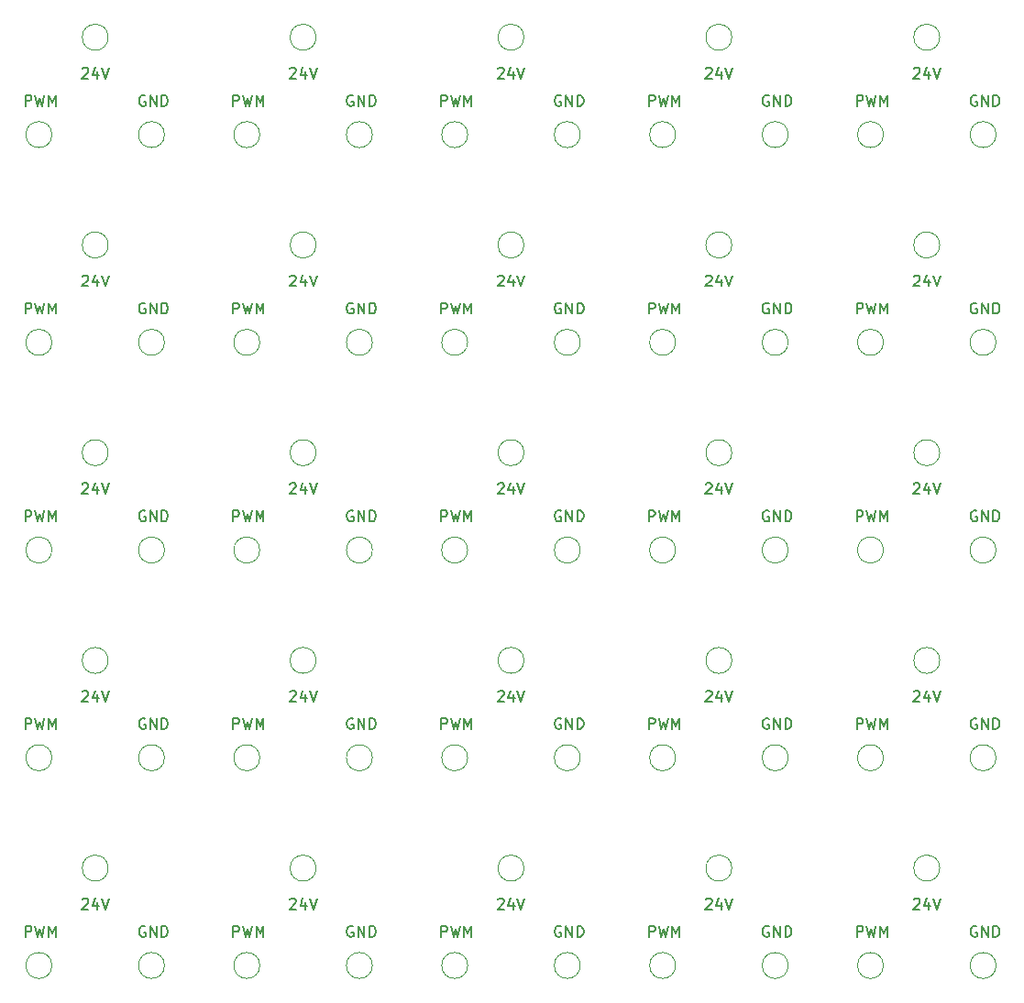
<source format=gto>
G04 #@! TF.GenerationSoftware,KiCad,Pcbnew,7.0.9*
G04 #@! TF.CreationDate,2024-01-01T14:03:07+01:00*
G04 #@! TF.ProjectId,Nutzen,4e75747a-656e-42e6-9b69-6361645f7063,rev?*
G04 #@! TF.SameCoordinates,Original*
G04 #@! TF.FileFunction,Legend,Top*
G04 #@! TF.FilePolarity,Positive*
%FSLAX46Y46*%
G04 Gerber Fmt 4.6, Leading zero omitted, Abs format (unit mm)*
G04 Created by KiCad (PCBNEW 7.0.9) date 2024-01-01 14:03:07*
%MOMM*%
%LPD*%
G01*
G04 APERTURE LIST*
%ADD10C,0.150000*%
%ADD11C,0.120000*%
%ADD12C,2.000000*%
G04 APERTURE END LIST*
D10*
X187639160Y-61205057D02*
X187686779Y-61157438D01*
X187686779Y-61157438D02*
X187782017Y-61109819D01*
X187782017Y-61109819D02*
X188020112Y-61109819D01*
X188020112Y-61109819D02*
X188115350Y-61157438D01*
X188115350Y-61157438D02*
X188162969Y-61205057D01*
X188162969Y-61205057D02*
X188210588Y-61300295D01*
X188210588Y-61300295D02*
X188210588Y-61395533D01*
X188210588Y-61395533D02*
X188162969Y-61538390D01*
X188162969Y-61538390D02*
X187591541Y-62109819D01*
X187591541Y-62109819D02*
X188210588Y-62109819D01*
X189067731Y-61443152D02*
X189067731Y-62109819D01*
X188829636Y-61062200D02*
X188591541Y-61776485D01*
X188591541Y-61776485D02*
X189210588Y-61776485D01*
X189448684Y-61109819D02*
X189782017Y-62109819D01*
X189782017Y-62109819D02*
X190115350Y-61109819D01*
X174260588Y-63697438D02*
X174165350Y-63649819D01*
X174165350Y-63649819D02*
X174022493Y-63649819D01*
X174022493Y-63649819D02*
X173879636Y-63697438D01*
X173879636Y-63697438D02*
X173784398Y-63792676D01*
X173784398Y-63792676D02*
X173736779Y-63887914D01*
X173736779Y-63887914D02*
X173689160Y-64078390D01*
X173689160Y-64078390D02*
X173689160Y-64221247D01*
X173689160Y-64221247D02*
X173736779Y-64411723D01*
X173736779Y-64411723D02*
X173784398Y-64506961D01*
X173784398Y-64506961D02*
X173879636Y-64602200D01*
X173879636Y-64602200D02*
X174022493Y-64649819D01*
X174022493Y-64649819D02*
X174117731Y-64649819D01*
X174117731Y-64649819D02*
X174260588Y-64602200D01*
X174260588Y-64602200D02*
X174308207Y-64554580D01*
X174308207Y-64554580D02*
X174308207Y-64221247D01*
X174308207Y-64221247D02*
X174117731Y-64221247D01*
X174736779Y-64649819D02*
X174736779Y-63649819D01*
X174736779Y-63649819D02*
X175308207Y-64649819D01*
X175308207Y-64649819D02*
X175308207Y-63649819D01*
X175784398Y-64649819D02*
X175784398Y-63649819D01*
X175784398Y-63649819D02*
X176022493Y-63649819D01*
X176022493Y-63649819D02*
X176165350Y-63697438D01*
X176165350Y-63697438D02*
X176260588Y-63792676D01*
X176260588Y-63792676D02*
X176308207Y-63887914D01*
X176308207Y-63887914D02*
X176355826Y-64078390D01*
X176355826Y-64078390D02*
X176355826Y-64221247D01*
X176355826Y-64221247D02*
X176308207Y-64411723D01*
X176308207Y-64411723D02*
X176260588Y-64506961D01*
X176260588Y-64506961D02*
X176165350Y-64602200D01*
X176165350Y-64602200D02*
X176022493Y-64649819D01*
X176022493Y-64649819D02*
X175784398Y-64649819D01*
X124786779Y-64649819D02*
X124786779Y-63649819D01*
X124786779Y-63649819D02*
X125167731Y-63649819D01*
X125167731Y-63649819D02*
X125262969Y-63697438D01*
X125262969Y-63697438D02*
X125310588Y-63745057D01*
X125310588Y-63745057D02*
X125358207Y-63840295D01*
X125358207Y-63840295D02*
X125358207Y-63983152D01*
X125358207Y-63983152D02*
X125310588Y-64078390D01*
X125310588Y-64078390D02*
X125262969Y-64126009D01*
X125262969Y-64126009D02*
X125167731Y-64173628D01*
X125167731Y-64173628D02*
X124786779Y-64173628D01*
X125691541Y-63649819D02*
X125929636Y-64649819D01*
X125929636Y-64649819D02*
X126120112Y-63935533D01*
X126120112Y-63935533D02*
X126310588Y-64649819D01*
X126310588Y-64649819D02*
X126548684Y-63649819D01*
X126929636Y-64649819D02*
X126929636Y-63649819D01*
X126929636Y-63649819D02*
X127262969Y-64364104D01*
X127262969Y-64364104D02*
X127596302Y-63649819D01*
X127596302Y-63649819D02*
X127596302Y-64649819D01*
X168439160Y-118805057D02*
X168486779Y-118757438D01*
X168486779Y-118757438D02*
X168582017Y-118709819D01*
X168582017Y-118709819D02*
X168820112Y-118709819D01*
X168820112Y-118709819D02*
X168915350Y-118757438D01*
X168915350Y-118757438D02*
X168962969Y-118805057D01*
X168962969Y-118805057D02*
X169010588Y-118900295D01*
X169010588Y-118900295D02*
X169010588Y-118995533D01*
X169010588Y-118995533D02*
X168962969Y-119138390D01*
X168962969Y-119138390D02*
X168391541Y-119709819D01*
X168391541Y-119709819D02*
X169010588Y-119709819D01*
X169867731Y-119043152D02*
X169867731Y-119709819D01*
X169629636Y-118662200D02*
X169391541Y-119376485D01*
X169391541Y-119376485D02*
X170010588Y-119376485D01*
X170248684Y-118709819D02*
X170582017Y-119709819D01*
X170582017Y-119709819D02*
X170915350Y-118709819D01*
X174260588Y-121297438D02*
X174165350Y-121249819D01*
X174165350Y-121249819D02*
X174022493Y-121249819D01*
X174022493Y-121249819D02*
X173879636Y-121297438D01*
X173879636Y-121297438D02*
X173784398Y-121392676D01*
X173784398Y-121392676D02*
X173736779Y-121487914D01*
X173736779Y-121487914D02*
X173689160Y-121678390D01*
X173689160Y-121678390D02*
X173689160Y-121821247D01*
X173689160Y-121821247D02*
X173736779Y-122011723D01*
X173736779Y-122011723D02*
X173784398Y-122106961D01*
X173784398Y-122106961D02*
X173879636Y-122202200D01*
X173879636Y-122202200D02*
X174022493Y-122249819D01*
X174022493Y-122249819D02*
X174117731Y-122249819D01*
X174117731Y-122249819D02*
X174260588Y-122202200D01*
X174260588Y-122202200D02*
X174308207Y-122154580D01*
X174308207Y-122154580D02*
X174308207Y-121821247D01*
X174308207Y-121821247D02*
X174117731Y-121821247D01*
X174736779Y-122249819D02*
X174736779Y-121249819D01*
X174736779Y-121249819D02*
X175308207Y-122249819D01*
X175308207Y-122249819D02*
X175308207Y-121249819D01*
X175784398Y-122249819D02*
X175784398Y-121249819D01*
X175784398Y-121249819D02*
X176022493Y-121249819D01*
X176022493Y-121249819D02*
X176165350Y-121297438D01*
X176165350Y-121297438D02*
X176260588Y-121392676D01*
X176260588Y-121392676D02*
X176308207Y-121487914D01*
X176308207Y-121487914D02*
X176355826Y-121678390D01*
X176355826Y-121678390D02*
X176355826Y-121821247D01*
X176355826Y-121821247D02*
X176308207Y-122011723D01*
X176308207Y-122011723D02*
X176260588Y-122106961D01*
X176260588Y-122106961D02*
X176165350Y-122202200D01*
X176165350Y-122202200D02*
X176022493Y-122249819D01*
X176022493Y-122249819D02*
X175784398Y-122249819D01*
X124786779Y-83849819D02*
X124786779Y-82849819D01*
X124786779Y-82849819D02*
X125167731Y-82849819D01*
X125167731Y-82849819D02*
X125262969Y-82897438D01*
X125262969Y-82897438D02*
X125310588Y-82945057D01*
X125310588Y-82945057D02*
X125358207Y-83040295D01*
X125358207Y-83040295D02*
X125358207Y-83183152D01*
X125358207Y-83183152D02*
X125310588Y-83278390D01*
X125310588Y-83278390D02*
X125262969Y-83326009D01*
X125262969Y-83326009D02*
X125167731Y-83373628D01*
X125167731Y-83373628D02*
X124786779Y-83373628D01*
X125691541Y-82849819D02*
X125929636Y-83849819D01*
X125929636Y-83849819D02*
X126120112Y-83135533D01*
X126120112Y-83135533D02*
X126310588Y-83849819D01*
X126310588Y-83849819D02*
X126548684Y-82849819D01*
X126929636Y-83849819D02*
X126929636Y-82849819D01*
X126929636Y-82849819D02*
X127262969Y-83564104D01*
X127262969Y-83564104D02*
X127596302Y-82849819D01*
X127596302Y-82849819D02*
X127596302Y-83849819D01*
X105586779Y-103049819D02*
X105586779Y-102049819D01*
X105586779Y-102049819D02*
X105967731Y-102049819D01*
X105967731Y-102049819D02*
X106062969Y-102097438D01*
X106062969Y-102097438D02*
X106110588Y-102145057D01*
X106110588Y-102145057D02*
X106158207Y-102240295D01*
X106158207Y-102240295D02*
X106158207Y-102383152D01*
X106158207Y-102383152D02*
X106110588Y-102478390D01*
X106110588Y-102478390D02*
X106062969Y-102526009D01*
X106062969Y-102526009D02*
X105967731Y-102573628D01*
X105967731Y-102573628D02*
X105586779Y-102573628D01*
X106491541Y-102049819D02*
X106729636Y-103049819D01*
X106729636Y-103049819D02*
X106920112Y-102335533D01*
X106920112Y-102335533D02*
X107110588Y-103049819D01*
X107110588Y-103049819D02*
X107348684Y-102049819D01*
X107729636Y-103049819D02*
X107729636Y-102049819D01*
X107729636Y-102049819D02*
X108062969Y-102764104D01*
X108062969Y-102764104D02*
X108396302Y-102049819D01*
X108396302Y-102049819D02*
X108396302Y-103049819D01*
X110839160Y-42005057D02*
X110886779Y-41957438D01*
X110886779Y-41957438D02*
X110982017Y-41909819D01*
X110982017Y-41909819D02*
X111220112Y-41909819D01*
X111220112Y-41909819D02*
X111315350Y-41957438D01*
X111315350Y-41957438D02*
X111362969Y-42005057D01*
X111362969Y-42005057D02*
X111410588Y-42100295D01*
X111410588Y-42100295D02*
X111410588Y-42195533D01*
X111410588Y-42195533D02*
X111362969Y-42338390D01*
X111362969Y-42338390D02*
X110791541Y-42909819D01*
X110791541Y-42909819D02*
X111410588Y-42909819D01*
X112267731Y-42243152D02*
X112267731Y-42909819D01*
X112029636Y-41862200D02*
X111791541Y-42576485D01*
X111791541Y-42576485D02*
X112410588Y-42576485D01*
X112648684Y-41909819D02*
X112982017Y-42909819D01*
X112982017Y-42909819D02*
X113315350Y-41909819D01*
X187639160Y-118805057D02*
X187686779Y-118757438D01*
X187686779Y-118757438D02*
X187782017Y-118709819D01*
X187782017Y-118709819D02*
X188020112Y-118709819D01*
X188020112Y-118709819D02*
X188115350Y-118757438D01*
X188115350Y-118757438D02*
X188162969Y-118805057D01*
X188162969Y-118805057D02*
X188210588Y-118900295D01*
X188210588Y-118900295D02*
X188210588Y-118995533D01*
X188210588Y-118995533D02*
X188162969Y-119138390D01*
X188162969Y-119138390D02*
X187591541Y-119709819D01*
X187591541Y-119709819D02*
X188210588Y-119709819D01*
X189067731Y-119043152D02*
X189067731Y-119709819D01*
X188829636Y-118662200D02*
X188591541Y-119376485D01*
X188591541Y-119376485D02*
X189210588Y-119376485D01*
X189448684Y-118709819D02*
X189782017Y-119709819D01*
X189782017Y-119709819D02*
X190115350Y-118709819D01*
X130039160Y-99605057D02*
X130086779Y-99557438D01*
X130086779Y-99557438D02*
X130182017Y-99509819D01*
X130182017Y-99509819D02*
X130420112Y-99509819D01*
X130420112Y-99509819D02*
X130515350Y-99557438D01*
X130515350Y-99557438D02*
X130562969Y-99605057D01*
X130562969Y-99605057D02*
X130610588Y-99700295D01*
X130610588Y-99700295D02*
X130610588Y-99795533D01*
X130610588Y-99795533D02*
X130562969Y-99938390D01*
X130562969Y-99938390D02*
X129991541Y-100509819D01*
X129991541Y-100509819D02*
X130610588Y-100509819D01*
X131467731Y-99843152D02*
X131467731Y-100509819D01*
X131229636Y-99462200D02*
X130991541Y-100176485D01*
X130991541Y-100176485D02*
X131610588Y-100176485D01*
X131848684Y-99509819D02*
X132182017Y-100509819D01*
X132182017Y-100509819D02*
X132515350Y-99509819D01*
X130039160Y-61205057D02*
X130086779Y-61157438D01*
X130086779Y-61157438D02*
X130182017Y-61109819D01*
X130182017Y-61109819D02*
X130420112Y-61109819D01*
X130420112Y-61109819D02*
X130515350Y-61157438D01*
X130515350Y-61157438D02*
X130562969Y-61205057D01*
X130562969Y-61205057D02*
X130610588Y-61300295D01*
X130610588Y-61300295D02*
X130610588Y-61395533D01*
X130610588Y-61395533D02*
X130562969Y-61538390D01*
X130562969Y-61538390D02*
X129991541Y-62109819D01*
X129991541Y-62109819D02*
X130610588Y-62109819D01*
X131467731Y-61443152D02*
X131467731Y-62109819D01*
X131229636Y-61062200D02*
X130991541Y-61776485D01*
X130991541Y-61776485D02*
X131610588Y-61776485D01*
X131848684Y-61109819D02*
X132182017Y-62109819D01*
X132182017Y-62109819D02*
X132515350Y-61109819D01*
X168439160Y-99605057D02*
X168486779Y-99557438D01*
X168486779Y-99557438D02*
X168582017Y-99509819D01*
X168582017Y-99509819D02*
X168820112Y-99509819D01*
X168820112Y-99509819D02*
X168915350Y-99557438D01*
X168915350Y-99557438D02*
X168962969Y-99605057D01*
X168962969Y-99605057D02*
X169010588Y-99700295D01*
X169010588Y-99700295D02*
X169010588Y-99795533D01*
X169010588Y-99795533D02*
X168962969Y-99938390D01*
X168962969Y-99938390D02*
X168391541Y-100509819D01*
X168391541Y-100509819D02*
X169010588Y-100509819D01*
X169867731Y-99843152D02*
X169867731Y-100509819D01*
X169629636Y-99462200D02*
X169391541Y-100176485D01*
X169391541Y-100176485D02*
X170010588Y-100176485D01*
X170248684Y-99509819D02*
X170582017Y-100509819D01*
X170582017Y-100509819D02*
X170915350Y-99509819D01*
X174260588Y-82897438D02*
X174165350Y-82849819D01*
X174165350Y-82849819D02*
X174022493Y-82849819D01*
X174022493Y-82849819D02*
X173879636Y-82897438D01*
X173879636Y-82897438D02*
X173784398Y-82992676D01*
X173784398Y-82992676D02*
X173736779Y-83087914D01*
X173736779Y-83087914D02*
X173689160Y-83278390D01*
X173689160Y-83278390D02*
X173689160Y-83421247D01*
X173689160Y-83421247D02*
X173736779Y-83611723D01*
X173736779Y-83611723D02*
X173784398Y-83706961D01*
X173784398Y-83706961D02*
X173879636Y-83802200D01*
X173879636Y-83802200D02*
X174022493Y-83849819D01*
X174022493Y-83849819D02*
X174117731Y-83849819D01*
X174117731Y-83849819D02*
X174260588Y-83802200D01*
X174260588Y-83802200D02*
X174308207Y-83754580D01*
X174308207Y-83754580D02*
X174308207Y-83421247D01*
X174308207Y-83421247D02*
X174117731Y-83421247D01*
X174736779Y-83849819D02*
X174736779Y-82849819D01*
X174736779Y-82849819D02*
X175308207Y-83849819D01*
X175308207Y-83849819D02*
X175308207Y-82849819D01*
X175784398Y-83849819D02*
X175784398Y-82849819D01*
X175784398Y-82849819D02*
X176022493Y-82849819D01*
X176022493Y-82849819D02*
X176165350Y-82897438D01*
X176165350Y-82897438D02*
X176260588Y-82992676D01*
X176260588Y-82992676D02*
X176308207Y-83087914D01*
X176308207Y-83087914D02*
X176355826Y-83278390D01*
X176355826Y-83278390D02*
X176355826Y-83421247D01*
X176355826Y-83421247D02*
X176308207Y-83611723D01*
X176308207Y-83611723D02*
X176260588Y-83706961D01*
X176260588Y-83706961D02*
X176165350Y-83802200D01*
X176165350Y-83802200D02*
X176022493Y-83849819D01*
X176022493Y-83849819D02*
X175784398Y-83849819D01*
X130039160Y-42005057D02*
X130086779Y-41957438D01*
X130086779Y-41957438D02*
X130182017Y-41909819D01*
X130182017Y-41909819D02*
X130420112Y-41909819D01*
X130420112Y-41909819D02*
X130515350Y-41957438D01*
X130515350Y-41957438D02*
X130562969Y-42005057D01*
X130562969Y-42005057D02*
X130610588Y-42100295D01*
X130610588Y-42100295D02*
X130610588Y-42195533D01*
X130610588Y-42195533D02*
X130562969Y-42338390D01*
X130562969Y-42338390D02*
X129991541Y-42909819D01*
X129991541Y-42909819D02*
X130610588Y-42909819D01*
X131467731Y-42243152D02*
X131467731Y-42909819D01*
X131229636Y-41862200D02*
X130991541Y-42576485D01*
X130991541Y-42576485D02*
X131610588Y-42576485D01*
X131848684Y-41909819D02*
X132182017Y-42909819D01*
X132182017Y-42909819D02*
X132515350Y-41909819D01*
X155060588Y-63697438D02*
X154965350Y-63649819D01*
X154965350Y-63649819D02*
X154822493Y-63649819D01*
X154822493Y-63649819D02*
X154679636Y-63697438D01*
X154679636Y-63697438D02*
X154584398Y-63792676D01*
X154584398Y-63792676D02*
X154536779Y-63887914D01*
X154536779Y-63887914D02*
X154489160Y-64078390D01*
X154489160Y-64078390D02*
X154489160Y-64221247D01*
X154489160Y-64221247D02*
X154536779Y-64411723D01*
X154536779Y-64411723D02*
X154584398Y-64506961D01*
X154584398Y-64506961D02*
X154679636Y-64602200D01*
X154679636Y-64602200D02*
X154822493Y-64649819D01*
X154822493Y-64649819D02*
X154917731Y-64649819D01*
X154917731Y-64649819D02*
X155060588Y-64602200D01*
X155060588Y-64602200D02*
X155108207Y-64554580D01*
X155108207Y-64554580D02*
X155108207Y-64221247D01*
X155108207Y-64221247D02*
X154917731Y-64221247D01*
X155536779Y-64649819D02*
X155536779Y-63649819D01*
X155536779Y-63649819D02*
X156108207Y-64649819D01*
X156108207Y-64649819D02*
X156108207Y-63649819D01*
X156584398Y-64649819D02*
X156584398Y-63649819D01*
X156584398Y-63649819D02*
X156822493Y-63649819D01*
X156822493Y-63649819D02*
X156965350Y-63697438D01*
X156965350Y-63697438D02*
X157060588Y-63792676D01*
X157060588Y-63792676D02*
X157108207Y-63887914D01*
X157108207Y-63887914D02*
X157155826Y-64078390D01*
X157155826Y-64078390D02*
X157155826Y-64221247D01*
X157155826Y-64221247D02*
X157108207Y-64411723D01*
X157108207Y-64411723D02*
X157060588Y-64506961D01*
X157060588Y-64506961D02*
X156965350Y-64602200D01*
X156965350Y-64602200D02*
X156822493Y-64649819D01*
X156822493Y-64649819D02*
X156584398Y-64649819D01*
X187639160Y-80405057D02*
X187686779Y-80357438D01*
X187686779Y-80357438D02*
X187782017Y-80309819D01*
X187782017Y-80309819D02*
X188020112Y-80309819D01*
X188020112Y-80309819D02*
X188115350Y-80357438D01*
X188115350Y-80357438D02*
X188162969Y-80405057D01*
X188162969Y-80405057D02*
X188210588Y-80500295D01*
X188210588Y-80500295D02*
X188210588Y-80595533D01*
X188210588Y-80595533D02*
X188162969Y-80738390D01*
X188162969Y-80738390D02*
X187591541Y-81309819D01*
X187591541Y-81309819D02*
X188210588Y-81309819D01*
X189067731Y-80643152D02*
X189067731Y-81309819D01*
X188829636Y-80262200D02*
X188591541Y-80976485D01*
X188591541Y-80976485D02*
X189210588Y-80976485D01*
X189448684Y-80309819D02*
X189782017Y-81309819D01*
X189782017Y-81309819D02*
X190115350Y-80309819D01*
X143986779Y-83849819D02*
X143986779Y-82849819D01*
X143986779Y-82849819D02*
X144367731Y-82849819D01*
X144367731Y-82849819D02*
X144462969Y-82897438D01*
X144462969Y-82897438D02*
X144510588Y-82945057D01*
X144510588Y-82945057D02*
X144558207Y-83040295D01*
X144558207Y-83040295D02*
X144558207Y-83183152D01*
X144558207Y-83183152D02*
X144510588Y-83278390D01*
X144510588Y-83278390D02*
X144462969Y-83326009D01*
X144462969Y-83326009D02*
X144367731Y-83373628D01*
X144367731Y-83373628D02*
X143986779Y-83373628D01*
X144891541Y-82849819D02*
X145129636Y-83849819D01*
X145129636Y-83849819D02*
X145320112Y-83135533D01*
X145320112Y-83135533D02*
X145510588Y-83849819D01*
X145510588Y-83849819D02*
X145748684Y-82849819D01*
X146129636Y-83849819D02*
X146129636Y-82849819D01*
X146129636Y-82849819D02*
X146462969Y-83564104D01*
X146462969Y-83564104D02*
X146796302Y-82849819D01*
X146796302Y-82849819D02*
X146796302Y-83849819D01*
X110839160Y-61205057D02*
X110886779Y-61157438D01*
X110886779Y-61157438D02*
X110982017Y-61109819D01*
X110982017Y-61109819D02*
X111220112Y-61109819D01*
X111220112Y-61109819D02*
X111315350Y-61157438D01*
X111315350Y-61157438D02*
X111362969Y-61205057D01*
X111362969Y-61205057D02*
X111410588Y-61300295D01*
X111410588Y-61300295D02*
X111410588Y-61395533D01*
X111410588Y-61395533D02*
X111362969Y-61538390D01*
X111362969Y-61538390D02*
X110791541Y-62109819D01*
X110791541Y-62109819D02*
X111410588Y-62109819D01*
X112267731Y-61443152D02*
X112267731Y-62109819D01*
X112029636Y-61062200D02*
X111791541Y-61776485D01*
X111791541Y-61776485D02*
X112410588Y-61776485D01*
X112648684Y-61109819D02*
X112982017Y-62109819D01*
X112982017Y-62109819D02*
X113315350Y-61109819D01*
X163186779Y-122249819D02*
X163186779Y-121249819D01*
X163186779Y-121249819D02*
X163567731Y-121249819D01*
X163567731Y-121249819D02*
X163662969Y-121297438D01*
X163662969Y-121297438D02*
X163710588Y-121345057D01*
X163710588Y-121345057D02*
X163758207Y-121440295D01*
X163758207Y-121440295D02*
X163758207Y-121583152D01*
X163758207Y-121583152D02*
X163710588Y-121678390D01*
X163710588Y-121678390D02*
X163662969Y-121726009D01*
X163662969Y-121726009D02*
X163567731Y-121773628D01*
X163567731Y-121773628D02*
X163186779Y-121773628D01*
X164091541Y-121249819D02*
X164329636Y-122249819D01*
X164329636Y-122249819D02*
X164520112Y-121535533D01*
X164520112Y-121535533D02*
X164710588Y-122249819D01*
X164710588Y-122249819D02*
X164948684Y-121249819D01*
X165329636Y-122249819D02*
X165329636Y-121249819D01*
X165329636Y-121249819D02*
X165662969Y-121964104D01*
X165662969Y-121964104D02*
X165996302Y-121249819D01*
X165996302Y-121249819D02*
X165996302Y-122249819D01*
X105586779Y-64649819D02*
X105586779Y-63649819D01*
X105586779Y-63649819D02*
X105967731Y-63649819D01*
X105967731Y-63649819D02*
X106062969Y-63697438D01*
X106062969Y-63697438D02*
X106110588Y-63745057D01*
X106110588Y-63745057D02*
X106158207Y-63840295D01*
X106158207Y-63840295D02*
X106158207Y-63983152D01*
X106158207Y-63983152D02*
X106110588Y-64078390D01*
X106110588Y-64078390D02*
X106062969Y-64126009D01*
X106062969Y-64126009D02*
X105967731Y-64173628D01*
X105967731Y-64173628D02*
X105586779Y-64173628D01*
X106491541Y-63649819D02*
X106729636Y-64649819D01*
X106729636Y-64649819D02*
X106920112Y-63935533D01*
X106920112Y-63935533D02*
X107110588Y-64649819D01*
X107110588Y-64649819D02*
X107348684Y-63649819D01*
X107729636Y-64649819D02*
X107729636Y-63649819D01*
X107729636Y-63649819D02*
X108062969Y-64364104D01*
X108062969Y-64364104D02*
X108396302Y-63649819D01*
X108396302Y-63649819D02*
X108396302Y-64649819D01*
X116660588Y-121297438D02*
X116565350Y-121249819D01*
X116565350Y-121249819D02*
X116422493Y-121249819D01*
X116422493Y-121249819D02*
X116279636Y-121297438D01*
X116279636Y-121297438D02*
X116184398Y-121392676D01*
X116184398Y-121392676D02*
X116136779Y-121487914D01*
X116136779Y-121487914D02*
X116089160Y-121678390D01*
X116089160Y-121678390D02*
X116089160Y-121821247D01*
X116089160Y-121821247D02*
X116136779Y-122011723D01*
X116136779Y-122011723D02*
X116184398Y-122106961D01*
X116184398Y-122106961D02*
X116279636Y-122202200D01*
X116279636Y-122202200D02*
X116422493Y-122249819D01*
X116422493Y-122249819D02*
X116517731Y-122249819D01*
X116517731Y-122249819D02*
X116660588Y-122202200D01*
X116660588Y-122202200D02*
X116708207Y-122154580D01*
X116708207Y-122154580D02*
X116708207Y-121821247D01*
X116708207Y-121821247D02*
X116517731Y-121821247D01*
X117136779Y-122249819D02*
X117136779Y-121249819D01*
X117136779Y-121249819D02*
X117708207Y-122249819D01*
X117708207Y-122249819D02*
X117708207Y-121249819D01*
X118184398Y-122249819D02*
X118184398Y-121249819D01*
X118184398Y-121249819D02*
X118422493Y-121249819D01*
X118422493Y-121249819D02*
X118565350Y-121297438D01*
X118565350Y-121297438D02*
X118660588Y-121392676D01*
X118660588Y-121392676D02*
X118708207Y-121487914D01*
X118708207Y-121487914D02*
X118755826Y-121678390D01*
X118755826Y-121678390D02*
X118755826Y-121821247D01*
X118755826Y-121821247D02*
X118708207Y-122011723D01*
X118708207Y-122011723D02*
X118660588Y-122106961D01*
X118660588Y-122106961D02*
X118565350Y-122202200D01*
X118565350Y-122202200D02*
X118422493Y-122249819D01*
X118422493Y-122249819D02*
X118184398Y-122249819D01*
X149239160Y-61205057D02*
X149286779Y-61157438D01*
X149286779Y-61157438D02*
X149382017Y-61109819D01*
X149382017Y-61109819D02*
X149620112Y-61109819D01*
X149620112Y-61109819D02*
X149715350Y-61157438D01*
X149715350Y-61157438D02*
X149762969Y-61205057D01*
X149762969Y-61205057D02*
X149810588Y-61300295D01*
X149810588Y-61300295D02*
X149810588Y-61395533D01*
X149810588Y-61395533D02*
X149762969Y-61538390D01*
X149762969Y-61538390D02*
X149191541Y-62109819D01*
X149191541Y-62109819D02*
X149810588Y-62109819D01*
X150667731Y-61443152D02*
X150667731Y-62109819D01*
X150429636Y-61062200D02*
X150191541Y-61776485D01*
X150191541Y-61776485D02*
X150810588Y-61776485D01*
X151048684Y-61109819D02*
X151382017Y-62109819D01*
X151382017Y-62109819D02*
X151715350Y-61109819D01*
X149239160Y-80405057D02*
X149286779Y-80357438D01*
X149286779Y-80357438D02*
X149382017Y-80309819D01*
X149382017Y-80309819D02*
X149620112Y-80309819D01*
X149620112Y-80309819D02*
X149715350Y-80357438D01*
X149715350Y-80357438D02*
X149762969Y-80405057D01*
X149762969Y-80405057D02*
X149810588Y-80500295D01*
X149810588Y-80500295D02*
X149810588Y-80595533D01*
X149810588Y-80595533D02*
X149762969Y-80738390D01*
X149762969Y-80738390D02*
X149191541Y-81309819D01*
X149191541Y-81309819D02*
X149810588Y-81309819D01*
X150667731Y-80643152D02*
X150667731Y-81309819D01*
X150429636Y-80262200D02*
X150191541Y-80976485D01*
X150191541Y-80976485D02*
X150810588Y-80976485D01*
X151048684Y-80309819D02*
X151382017Y-81309819D01*
X151382017Y-81309819D02*
X151715350Y-80309819D01*
X143986779Y-103049819D02*
X143986779Y-102049819D01*
X143986779Y-102049819D02*
X144367731Y-102049819D01*
X144367731Y-102049819D02*
X144462969Y-102097438D01*
X144462969Y-102097438D02*
X144510588Y-102145057D01*
X144510588Y-102145057D02*
X144558207Y-102240295D01*
X144558207Y-102240295D02*
X144558207Y-102383152D01*
X144558207Y-102383152D02*
X144510588Y-102478390D01*
X144510588Y-102478390D02*
X144462969Y-102526009D01*
X144462969Y-102526009D02*
X144367731Y-102573628D01*
X144367731Y-102573628D02*
X143986779Y-102573628D01*
X144891541Y-102049819D02*
X145129636Y-103049819D01*
X145129636Y-103049819D02*
X145320112Y-102335533D01*
X145320112Y-102335533D02*
X145510588Y-103049819D01*
X145510588Y-103049819D02*
X145748684Y-102049819D01*
X146129636Y-103049819D02*
X146129636Y-102049819D01*
X146129636Y-102049819D02*
X146462969Y-102764104D01*
X146462969Y-102764104D02*
X146796302Y-102049819D01*
X146796302Y-102049819D02*
X146796302Y-103049819D01*
X149239160Y-118805057D02*
X149286779Y-118757438D01*
X149286779Y-118757438D02*
X149382017Y-118709819D01*
X149382017Y-118709819D02*
X149620112Y-118709819D01*
X149620112Y-118709819D02*
X149715350Y-118757438D01*
X149715350Y-118757438D02*
X149762969Y-118805057D01*
X149762969Y-118805057D02*
X149810588Y-118900295D01*
X149810588Y-118900295D02*
X149810588Y-118995533D01*
X149810588Y-118995533D02*
X149762969Y-119138390D01*
X149762969Y-119138390D02*
X149191541Y-119709819D01*
X149191541Y-119709819D02*
X149810588Y-119709819D01*
X150667731Y-119043152D02*
X150667731Y-119709819D01*
X150429636Y-118662200D02*
X150191541Y-119376485D01*
X150191541Y-119376485D02*
X150810588Y-119376485D01*
X151048684Y-118709819D02*
X151382017Y-119709819D01*
X151382017Y-119709819D02*
X151715350Y-118709819D01*
X124786779Y-122249819D02*
X124786779Y-121249819D01*
X124786779Y-121249819D02*
X125167731Y-121249819D01*
X125167731Y-121249819D02*
X125262969Y-121297438D01*
X125262969Y-121297438D02*
X125310588Y-121345057D01*
X125310588Y-121345057D02*
X125358207Y-121440295D01*
X125358207Y-121440295D02*
X125358207Y-121583152D01*
X125358207Y-121583152D02*
X125310588Y-121678390D01*
X125310588Y-121678390D02*
X125262969Y-121726009D01*
X125262969Y-121726009D02*
X125167731Y-121773628D01*
X125167731Y-121773628D02*
X124786779Y-121773628D01*
X125691541Y-121249819D02*
X125929636Y-122249819D01*
X125929636Y-122249819D02*
X126120112Y-121535533D01*
X126120112Y-121535533D02*
X126310588Y-122249819D01*
X126310588Y-122249819D02*
X126548684Y-121249819D01*
X126929636Y-122249819D02*
X126929636Y-121249819D01*
X126929636Y-121249819D02*
X127262969Y-121964104D01*
X127262969Y-121964104D02*
X127596302Y-121249819D01*
X127596302Y-121249819D02*
X127596302Y-122249819D01*
X135860588Y-82897438D02*
X135765350Y-82849819D01*
X135765350Y-82849819D02*
X135622493Y-82849819D01*
X135622493Y-82849819D02*
X135479636Y-82897438D01*
X135479636Y-82897438D02*
X135384398Y-82992676D01*
X135384398Y-82992676D02*
X135336779Y-83087914D01*
X135336779Y-83087914D02*
X135289160Y-83278390D01*
X135289160Y-83278390D02*
X135289160Y-83421247D01*
X135289160Y-83421247D02*
X135336779Y-83611723D01*
X135336779Y-83611723D02*
X135384398Y-83706961D01*
X135384398Y-83706961D02*
X135479636Y-83802200D01*
X135479636Y-83802200D02*
X135622493Y-83849819D01*
X135622493Y-83849819D02*
X135717731Y-83849819D01*
X135717731Y-83849819D02*
X135860588Y-83802200D01*
X135860588Y-83802200D02*
X135908207Y-83754580D01*
X135908207Y-83754580D02*
X135908207Y-83421247D01*
X135908207Y-83421247D02*
X135717731Y-83421247D01*
X136336779Y-83849819D02*
X136336779Y-82849819D01*
X136336779Y-82849819D02*
X136908207Y-83849819D01*
X136908207Y-83849819D02*
X136908207Y-82849819D01*
X137384398Y-83849819D02*
X137384398Y-82849819D01*
X137384398Y-82849819D02*
X137622493Y-82849819D01*
X137622493Y-82849819D02*
X137765350Y-82897438D01*
X137765350Y-82897438D02*
X137860588Y-82992676D01*
X137860588Y-82992676D02*
X137908207Y-83087914D01*
X137908207Y-83087914D02*
X137955826Y-83278390D01*
X137955826Y-83278390D02*
X137955826Y-83421247D01*
X137955826Y-83421247D02*
X137908207Y-83611723D01*
X137908207Y-83611723D02*
X137860588Y-83706961D01*
X137860588Y-83706961D02*
X137765350Y-83802200D01*
X137765350Y-83802200D02*
X137622493Y-83849819D01*
X137622493Y-83849819D02*
X137384398Y-83849819D01*
X105586779Y-83849819D02*
X105586779Y-82849819D01*
X105586779Y-82849819D02*
X105967731Y-82849819D01*
X105967731Y-82849819D02*
X106062969Y-82897438D01*
X106062969Y-82897438D02*
X106110588Y-82945057D01*
X106110588Y-82945057D02*
X106158207Y-83040295D01*
X106158207Y-83040295D02*
X106158207Y-83183152D01*
X106158207Y-83183152D02*
X106110588Y-83278390D01*
X106110588Y-83278390D02*
X106062969Y-83326009D01*
X106062969Y-83326009D02*
X105967731Y-83373628D01*
X105967731Y-83373628D02*
X105586779Y-83373628D01*
X106491541Y-82849819D02*
X106729636Y-83849819D01*
X106729636Y-83849819D02*
X106920112Y-83135533D01*
X106920112Y-83135533D02*
X107110588Y-83849819D01*
X107110588Y-83849819D02*
X107348684Y-82849819D01*
X107729636Y-83849819D02*
X107729636Y-82849819D01*
X107729636Y-82849819D02*
X108062969Y-83564104D01*
X108062969Y-83564104D02*
X108396302Y-82849819D01*
X108396302Y-82849819D02*
X108396302Y-83849819D01*
X135860588Y-121297438D02*
X135765350Y-121249819D01*
X135765350Y-121249819D02*
X135622493Y-121249819D01*
X135622493Y-121249819D02*
X135479636Y-121297438D01*
X135479636Y-121297438D02*
X135384398Y-121392676D01*
X135384398Y-121392676D02*
X135336779Y-121487914D01*
X135336779Y-121487914D02*
X135289160Y-121678390D01*
X135289160Y-121678390D02*
X135289160Y-121821247D01*
X135289160Y-121821247D02*
X135336779Y-122011723D01*
X135336779Y-122011723D02*
X135384398Y-122106961D01*
X135384398Y-122106961D02*
X135479636Y-122202200D01*
X135479636Y-122202200D02*
X135622493Y-122249819D01*
X135622493Y-122249819D02*
X135717731Y-122249819D01*
X135717731Y-122249819D02*
X135860588Y-122202200D01*
X135860588Y-122202200D02*
X135908207Y-122154580D01*
X135908207Y-122154580D02*
X135908207Y-121821247D01*
X135908207Y-121821247D02*
X135717731Y-121821247D01*
X136336779Y-122249819D02*
X136336779Y-121249819D01*
X136336779Y-121249819D02*
X136908207Y-122249819D01*
X136908207Y-122249819D02*
X136908207Y-121249819D01*
X137384398Y-122249819D02*
X137384398Y-121249819D01*
X137384398Y-121249819D02*
X137622493Y-121249819D01*
X137622493Y-121249819D02*
X137765350Y-121297438D01*
X137765350Y-121297438D02*
X137860588Y-121392676D01*
X137860588Y-121392676D02*
X137908207Y-121487914D01*
X137908207Y-121487914D02*
X137955826Y-121678390D01*
X137955826Y-121678390D02*
X137955826Y-121821247D01*
X137955826Y-121821247D02*
X137908207Y-122011723D01*
X137908207Y-122011723D02*
X137860588Y-122106961D01*
X137860588Y-122106961D02*
X137765350Y-122202200D01*
X137765350Y-122202200D02*
X137622493Y-122249819D01*
X137622493Y-122249819D02*
X137384398Y-122249819D01*
X174260588Y-102097438D02*
X174165350Y-102049819D01*
X174165350Y-102049819D02*
X174022493Y-102049819D01*
X174022493Y-102049819D02*
X173879636Y-102097438D01*
X173879636Y-102097438D02*
X173784398Y-102192676D01*
X173784398Y-102192676D02*
X173736779Y-102287914D01*
X173736779Y-102287914D02*
X173689160Y-102478390D01*
X173689160Y-102478390D02*
X173689160Y-102621247D01*
X173689160Y-102621247D02*
X173736779Y-102811723D01*
X173736779Y-102811723D02*
X173784398Y-102906961D01*
X173784398Y-102906961D02*
X173879636Y-103002200D01*
X173879636Y-103002200D02*
X174022493Y-103049819D01*
X174022493Y-103049819D02*
X174117731Y-103049819D01*
X174117731Y-103049819D02*
X174260588Y-103002200D01*
X174260588Y-103002200D02*
X174308207Y-102954580D01*
X174308207Y-102954580D02*
X174308207Y-102621247D01*
X174308207Y-102621247D02*
X174117731Y-102621247D01*
X174736779Y-103049819D02*
X174736779Y-102049819D01*
X174736779Y-102049819D02*
X175308207Y-103049819D01*
X175308207Y-103049819D02*
X175308207Y-102049819D01*
X175784398Y-103049819D02*
X175784398Y-102049819D01*
X175784398Y-102049819D02*
X176022493Y-102049819D01*
X176022493Y-102049819D02*
X176165350Y-102097438D01*
X176165350Y-102097438D02*
X176260588Y-102192676D01*
X176260588Y-102192676D02*
X176308207Y-102287914D01*
X176308207Y-102287914D02*
X176355826Y-102478390D01*
X176355826Y-102478390D02*
X176355826Y-102621247D01*
X176355826Y-102621247D02*
X176308207Y-102811723D01*
X176308207Y-102811723D02*
X176260588Y-102906961D01*
X176260588Y-102906961D02*
X176165350Y-103002200D01*
X176165350Y-103002200D02*
X176022493Y-103049819D01*
X176022493Y-103049819D02*
X175784398Y-103049819D01*
X168439160Y-80405057D02*
X168486779Y-80357438D01*
X168486779Y-80357438D02*
X168582017Y-80309819D01*
X168582017Y-80309819D02*
X168820112Y-80309819D01*
X168820112Y-80309819D02*
X168915350Y-80357438D01*
X168915350Y-80357438D02*
X168962969Y-80405057D01*
X168962969Y-80405057D02*
X169010588Y-80500295D01*
X169010588Y-80500295D02*
X169010588Y-80595533D01*
X169010588Y-80595533D02*
X168962969Y-80738390D01*
X168962969Y-80738390D02*
X168391541Y-81309819D01*
X168391541Y-81309819D02*
X169010588Y-81309819D01*
X169867731Y-80643152D02*
X169867731Y-81309819D01*
X169629636Y-80262200D02*
X169391541Y-80976485D01*
X169391541Y-80976485D02*
X170010588Y-80976485D01*
X170248684Y-80309819D02*
X170582017Y-81309819D01*
X170582017Y-81309819D02*
X170915350Y-80309819D01*
X155060588Y-82897438D02*
X154965350Y-82849819D01*
X154965350Y-82849819D02*
X154822493Y-82849819D01*
X154822493Y-82849819D02*
X154679636Y-82897438D01*
X154679636Y-82897438D02*
X154584398Y-82992676D01*
X154584398Y-82992676D02*
X154536779Y-83087914D01*
X154536779Y-83087914D02*
X154489160Y-83278390D01*
X154489160Y-83278390D02*
X154489160Y-83421247D01*
X154489160Y-83421247D02*
X154536779Y-83611723D01*
X154536779Y-83611723D02*
X154584398Y-83706961D01*
X154584398Y-83706961D02*
X154679636Y-83802200D01*
X154679636Y-83802200D02*
X154822493Y-83849819D01*
X154822493Y-83849819D02*
X154917731Y-83849819D01*
X154917731Y-83849819D02*
X155060588Y-83802200D01*
X155060588Y-83802200D02*
X155108207Y-83754580D01*
X155108207Y-83754580D02*
X155108207Y-83421247D01*
X155108207Y-83421247D02*
X154917731Y-83421247D01*
X155536779Y-83849819D02*
X155536779Y-82849819D01*
X155536779Y-82849819D02*
X156108207Y-83849819D01*
X156108207Y-83849819D02*
X156108207Y-82849819D01*
X156584398Y-83849819D02*
X156584398Y-82849819D01*
X156584398Y-82849819D02*
X156822493Y-82849819D01*
X156822493Y-82849819D02*
X156965350Y-82897438D01*
X156965350Y-82897438D02*
X157060588Y-82992676D01*
X157060588Y-82992676D02*
X157108207Y-83087914D01*
X157108207Y-83087914D02*
X157155826Y-83278390D01*
X157155826Y-83278390D02*
X157155826Y-83421247D01*
X157155826Y-83421247D02*
X157108207Y-83611723D01*
X157108207Y-83611723D02*
X157060588Y-83706961D01*
X157060588Y-83706961D02*
X156965350Y-83802200D01*
X156965350Y-83802200D02*
X156822493Y-83849819D01*
X156822493Y-83849819D02*
X156584398Y-83849819D01*
X163186779Y-103049819D02*
X163186779Y-102049819D01*
X163186779Y-102049819D02*
X163567731Y-102049819D01*
X163567731Y-102049819D02*
X163662969Y-102097438D01*
X163662969Y-102097438D02*
X163710588Y-102145057D01*
X163710588Y-102145057D02*
X163758207Y-102240295D01*
X163758207Y-102240295D02*
X163758207Y-102383152D01*
X163758207Y-102383152D02*
X163710588Y-102478390D01*
X163710588Y-102478390D02*
X163662969Y-102526009D01*
X163662969Y-102526009D02*
X163567731Y-102573628D01*
X163567731Y-102573628D02*
X163186779Y-102573628D01*
X164091541Y-102049819D02*
X164329636Y-103049819D01*
X164329636Y-103049819D02*
X164520112Y-102335533D01*
X164520112Y-102335533D02*
X164710588Y-103049819D01*
X164710588Y-103049819D02*
X164948684Y-102049819D01*
X165329636Y-103049819D02*
X165329636Y-102049819D01*
X165329636Y-102049819D02*
X165662969Y-102764104D01*
X165662969Y-102764104D02*
X165996302Y-102049819D01*
X165996302Y-102049819D02*
X165996302Y-103049819D01*
X182386779Y-64649819D02*
X182386779Y-63649819D01*
X182386779Y-63649819D02*
X182767731Y-63649819D01*
X182767731Y-63649819D02*
X182862969Y-63697438D01*
X182862969Y-63697438D02*
X182910588Y-63745057D01*
X182910588Y-63745057D02*
X182958207Y-63840295D01*
X182958207Y-63840295D02*
X182958207Y-63983152D01*
X182958207Y-63983152D02*
X182910588Y-64078390D01*
X182910588Y-64078390D02*
X182862969Y-64126009D01*
X182862969Y-64126009D02*
X182767731Y-64173628D01*
X182767731Y-64173628D02*
X182386779Y-64173628D01*
X183291541Y-63649819D02*
X183529636Y-64649819D01*
X183529636Y-64649819D02*
X183720112Y-63935533D01*
X183720112Y-63935533D02*
X183910588Y-64649819D01*
X183910588Y-64649819D02*
X184148684Y-63649819D01*
X184529636Y-64649819D02*
X184529636Y-63649819D01*
X184529636Y-63649819D02*
X184862969Y-64364104D01*
X184862969Y-64364104D02*
X185196302Y-63649819D01*
X185196302Y-63649819D02*
X185196302Y-64649819D01*
X182386779Y-83849819D02*
X182386779Y-82849819D01*
X182386779Y-82849819D02*
X182767731Y-82849819D01*
X182767731Y-82849819D02*
X182862969Y-82897438D01*
X182862969Y-82897438D02*
X182910588Y-82945057D01*
X182910588Y-82945057D02*
X182958207Y-83040295D01*
X182958207Y-83040295D02*
X182958207Y-83183152D01*
X182958207Y-83183152D02*
X182910588Y-83278390D01*
X182910588Y-83278390D02*
X182862969Y-83326009D01*
X182862969Y-83326009D02*
X182767731Y-83373628D01*
X182767731Y-83373628D02*
X182386779Y-83373628D01*
X183291541Y-82849819D02*
X183529636Y-83849819D01*
X183529636Y-83849819D02*
X183720112Y-83135533D01*
X183720112Y-83135533D02*
X183910588Y-83849819D01*
X183910588Y-83849819D02*
X184148684Y-82849819D01*
X184529636Y-83849819D02*
X184529636Y-82849819D01*
X184529636Y-82849819D02*
X184862969Y-83564104D01*
X184862969Y-83564104D02*
X185196302Y-82849819D01*
X185196302Y-82849819D02*
X185196302Y-83849819D01*
X163186779Y-83849819D02*
X163186779Y-82849819D01*
X163186779Y-82849819D02*
X163567731Y-82849819D01*
X163567731Y-82849819D02*
X163662969Y-82897438D01*
X163662969Y-82897438D02*
X163710588Y-82945057D01*
X163710588Y-82945057D02*
X163758207Y-83040295D01*
X163758207Y-83040295D02*
X163758207Y-83183152D01*
X163758207Y-83183152D02*
X163710588Y-83278390D01*
X163710588Y-83278390D02*
X163662969Y-83326009D01*
X163662969Y-83326009D02*
X163567731Y-83373628D01*
X163567731Y-83373628D02*
X163186779Y-83373628D01*
X164091541Y-82849819D02*
X164329636Y-83849819D01*
X164329636Y-83849819D02*
X164520112Y-83135533D01*
X164520112Y-83135533D02*
X164710588Y-83849819D01*
X164710588Y-83849819D02*
X164948684Y-82849819D01*
X165329636Y-83849819D02*
X165329636Y-82849819D01*
X165329636Y-82849819D02*
X165662969Y-83564104D01*
X165662969Y-83564104D02*
X165996302Y-82849819D01*
X165996302Y-82849819D02*
X165996302Y-83849819D01*
X110839160Y-80405057D02*
X110886779Y-80357438D01*
X110886779Y-80357438D02*
X110982017Y-80309819D01*
X110982017Y-80309819D02*
X111220112Y-80309819D01*
X111220112Y-80309819D02*
X111315350Y-80357438D01*
X111315350Y-80357438D02*
X111362969Y-80405057D01*
X111362969Y-80405057D02*
X111410588Y-80500295D01*
X111410588Y-80500295D02*
X111410588Y-80595533D01*
X111410588Y-80595533D02*
X111362969Y-80738390D01*
X111362969Y-80738390D02*
X110791541Y-81309819D01*
X110791541Y-81309819D02*
X111410588Y-81309819D01*
X112267731Y-80643152D02*
X112267731Y-81309819D01*
X112029636Y-80262200D02*
X111791541Y-80976485D01*
X111791541Y-80976485D02*
X112410588Y-80976485D01*
X112648684Y-80309819D02*
X112982017Y-81309819D01*
X112982017Y-81309819D02*
X113315350Y-80309819D01*
X163186779Y-64649819D02*
X163186779Y-63649819D01*
X163186779Y-63649819D02*
X163567731Y-63649819D01*
X163567731Y-63649819D02*
X163662969Y-63697438D01*
X163662969Y-63697438D02*
X163710588Y-63745057D01*
X163710588Y-63745057D02*
X163758207Y-63840295D01*
X163758207Y-63840295D02*
X163758207Y-63983152D01*
X163758207Y-63983152D02*
X163710588Y-64078390D01*
X163710588Y-64078390D02*
X163662969Y-64126009D01*
X163662969Y-64126009D02*
X163567731Y-64173628D01*
X163567731Y-64173628D02*
X163186779Y-64173628D01*
X164091541Y-63649819D02*
X164329636Y-64649819D01*
X164329636Y-64649819D02*
X164520112Y-63935533D01*
X164520112Y-63935533D02*
X164710588Y-64649819D01*
X164710588Y-64649819D02*
X164948684Y-63649819D01*
X165329636Y-64649819D02*
X165329636Y-63649819D01*
X165329636Y-63649819D02*
X165662969Y-64364104D01*
X165662969Y-64364104D02*
X165996302Y-63649819D01*
X165996302Y-63649819D02*
X165996302Y-64649819D01*
X174260588Y-44497438D02*
X174165350Y-44449819D01*
X174165350Y-44449819D02*
X174022493Y-44449819D01*
X174022493Y-44449819D02*
X173879636Y-44497438D01*
X173879636Y-44497438D02*
X173784398Y-44592676D01*
X173784398Y-44592676D02*
X173736779Y-44687914D01*
X173736779Y-44687914D02*
X173689160Y-44878390D01*
X173689160Y-44878390D02*
X173689160Y-45021247D01*
X173689160Y-45021247D02*
X173736779Y-45211723D01*
X173736779Y-45211723D02*
X173784398Y-45306961D01*
X173784398Y-45306961D02*
X173879636Y-45402200D01*
X173879636Y-45402200D02*
X174022493Y-45449819D01*
X174022493Y-45449819D02*
X174117731Y-45449819D01*
X174117731Y-45449819D02*
X174260588Y-45402200D01*
X174260588Y-45402200D02*
X174308207Y-45354580D01*
X174308207Y-45354580D02*
X174308207Y-45021247D01*
X174308207Y-45021247D02*
X174117731Y-45021247D01*
X174736779Y-45449819D02*
X174736779Y-44449819D01*
X174736779Y-44449819D02*
X175308207Y-45449819D01*
X175308207Y-45449819D02*
X175308207Y-44449819D01*
X175784398Y-45449819D02*
X175784398Y-44449819D01*
X175784398Y-44449819D02*
X176022493Y-44449819D01*
X176022493Y-44449819D02*
X176165350Y-44497438D01*
X176165350Y-44497438D02*
X176260588Y-44592676D01*
X176260588Y-44592676D02*
X176308207Y-44687914D01*
X176308207Y-44687914D02*
X176355826Y-44878390D01*
X176355826Y-44878390D02*
X176355826Y-45021247D01*
X176355826Y-45021247D02*
X176308207Y-45211723D01*
X176308207Y-45211723D02*
X176260588Y-45306961D01*
X176260588Y-45306961D02*
X176165350Y-45402200D01*
X176165350Y-45402200D02*
X176022493Y-45449819D01*
X176022493Y-45449819D02*
X175784398Y-45449819D01*
X187639160Y-42005057D02*
X187686779Y-41957438D01*
X187686779Y-41957438D02*
X187782017Y-41909819D01*
X187782017Y-41909819D02*
X188020112Y-41909819D01*
X188020112Y-41909819D02*
X188115350Y-41957438D01*
X188115350Y-41957438D02*
X188162969Y-42005057D01*
X188162969Y-42005057D02*
X188210588Y-42100295D01*
X188210588Y-42100295D02*
X188210588Y-42195533D01*
X188210588Y-42195533D02*
X188162969Y-42338390D01*
X188162969Y-42338390D02*
X187591541Y-42909819D01*
X187591541Y-42909819D02*
X188210588Y-42909819D01*
X189067731Y-42243152D02*
X189067731Y-42909819D01*
X188829636Y-41862200D02*
X188591541Y-42576485D01*
X188591541Y-42576485D02*
X189210588Y-42576485D01*
X189448684Y-41909819D02*
X189782017Y-42909819D01*
X189782017Y-42909819D02*
X190115350Y-41909819D01*
X116660588Y-44497438D02*
X116565350Y-44449819D01*
X116565350Y-44449819D02*
X116422493Y-44449819D01*
X116422493Y-44449819D02*
X116279636Y-44497438D01*
X116279636Y-44497438D02*
X116184398Y-44592676D01*
X116184398Y-44592676D02*
X116136779Y-44687914D01*
X116136779Y-44687914D02*
X116089160Y-44878390D01*
X116089160Y-44878390D02*
X116089160Y-45021247D01*
X116089160Y-45021247D02*
X116136779Y-45211723D01*
X116136779Y-45211723D02*
X116184398Y-45306961D01*
X116184398Y-45306961D02*
X116279636Y-45402200D01*
X116279636Y-45402200D02*
X116422493Y-45449819D01*
X116422493Y-45449819D02*
X116517731Y-45449819D01*
X116517731Y-45449819D02*
X116660588Y-45402200D01*
X116660588Y-45402200D02*
X116708207Y-45354580D01*
X116708207Y-45354580D02*
X116708207Y-45021247D01*
X116708207Y-45021247D02*
X116517731Y-45021247D01*
X117136779Y-45449819D02*
X117136779Y-44449819D01*
X117136779Y-44449819D02*
X117708207Y-45449819D01*
X117708207Y-45449819D02*
X117708207Y-44449819D01*
X118184398Y-45449819D02*
X118184398Y-44449819D01*
X118184398Y-44449819D02*
X118422493Y-44449819D01*
X118422493Y-44449819D02*
X118565350Y-44497438D01*
X118565350Y-44497438D02*
X118660588Y-44592676D01*
X118660588Y-44592676D02*
X118708207Y-44687914D01*
X118708207Y-44687914D02*
X118755826Y-44878390D01*
X118755826Y-44878390D02*
X118755826Y-45021247D01*
X118755826Y-45021247D02*
X118708207Y-45211723D01*
X118708207Y-45211723D02*
X118660588Y-45306961D01*
X118660588Y-45306961D02*
X118565350Y-45402200D01*
X118565350Y-45402200D02*
X118422493Y-45449819D01*
X118422493Y-45449819D02*
X118184398Y-45449819D01*
X116660588Y-102097438D02*
X116565350Y-102049819D01*
X116565350Y-102049819D02*
X116422493Y-102049819D01*
X116422493Y-102049819D02*
X116279636Y-102097438D01*
X116279636Y-102097438D02*
X116184398Y-102192676D01*
X116184398Y-102192676D02*
X116136779Y-102287914D01*
X116136779Y-102287914D02*
X116089160Y-102478390D01*
X116089160Y-102478390D02*
X116089160Y-102621247D01*
X116089160Y-102621247D02*
X116136779Y-102811723D01*
X116136779Y-102811723D02*
X116184398Y-102906961D01*
X116184398Y-102906961D02*
X116279636Y-103002200D01*
X116279636Y-103002200D02*
X116422493Y-103049819D01*
X116422493Y-103049819D02*
X116517731Y-103049819D01*
X116517731Y-103049819D02*
X116660588Y-103002200D01*
X116660588Y-103002200D02*
X116708207Y-102954580D01*
X116708207Y-102954580D02*
X116708207Y-102621247D01*
X116708207Y-102621247D02*
X116517731Y-102621247D01*
X117136779Y-103049819D02*
X117136779Y-102049819D01*
X117136779Y-102049819D02*
X117708207Y-103049819D01*
X117708207Y-103049819D02*
X117708207Y-102049819D01*
X118184398Y-103049819D02*
X118184398Y-102049819D01*
X118184398Y-102049819D02*
X118422493Y-102049819D01*
X118422493Y-102049819D02*
X118565350Y-102097438D01*
X118565350Y-102097438D02*
X118660588Y-102192676D01*
X118660588Y-102192676D02*
X118708207Y-102287914D01*
X118708207Y-102287914D02*
X118755826Y-102478390D01*
X118755826Y-102478390D02*
X118755826Y-102621247D01*
X118755826Y-102621247D02*
X118708207Y-102811723D01*
X118708207Y-102811723D02*
X118660588Y-102906961D01*
X118660588Y-102906961D02*
X118565350Y-103002200D01*
X118565350Y-103002200D02*
X118422493Y-103049819D01*
X118422493Y-103049819D02*
X118184398Y-103049819D01*
X135860588Y-63697438D02*
X135765350Y-63649819D01*
X135765350Y-63649819D02*
X135622493Y-63649819D01*
X135622493Y-63649819D02*
X135479636Y-63697438D01*
X135479636Y-63697438D02*
X135384398Y-63792676D01*
X135384398Y-63792676D02*
X135336779Y-63887914D01*
X135336779Y-63887914D02*
X135289160Y-64078390D01*
X135289160Y-64078390D02*
X135289160Y-64221247D01*
X135289160Y-64221247D02*
X135336779Y-64411723D01*
X135336779Y-64411723D02*
X135384398Y-64506961D01*
X135384398Y-64506961D02*
X135479636Y-64602200D01*
X135479636Y-64602200D02*
X135622493Y-64649819D01*
X135622493Y-64649819D02*
X135717731Y-64649819D01*
X135717731Y-64649819D02*
X135860588Y-64602200D01*
X135860588Y-64602200D02*
X135908207Y-64554580D01*
X135908207Y-64554580D02*
X135908207Y-64221247D01*
X135908207Y-64221247D02*
X135717731Y-64221247D01*
X136336779Y-64649819D02*
X136336779Y-63649819D01*
X136336779Y-63649819D02*
X136908207Y-64649819D01*
X136908207Y-64649819D02*
X136908207Y-63649819D01*
X137384398Y-64649819D02*
X137384398Y-63649819D01*
X137384398Y-63649819D02*
X137622493Y-63649819D01*
X137622493Y-63649819D02*
X137765350Y-63697438D01*
X137765350Y-63697438D02*
X137860588Y-63792676D01*
X137860588Y-63792676D02*
X137908207Y-63887914D01*
X137908207Y-63887914D02*
X137955826Y-64078390D01*
X137955826Y-64078390D02*
X137955826Y-64221247D01*
X137955826Y-64221247D02*
X137908207Y-64411723D01*
X137908207Y-64411723D02*
X137860588Y-64506961D01*
X137860588Y-64506961D02*
X137765350Y-64602200D01*
X137765350Y-64602200D02*
X137622493Y-64649819D01*
X137622493Y-64649819D02*
X137384398Y-64649819D01*
X187639160Y-99605057D02*
X187686779Y-99557438D01*
X187686779Y-99557438D02*
X187782017Y-99509819D01*
X187782017Y-99509819D02*
X188020112Y-99509819D01*
X188020112Y-99509819D02*
X188115350Y-99557438D01*
X188115350Y-99557438D02*
X188162969Y-99605057D01*
X188162969Y-99605057D02*
X188210588Y-99700295D01*
X188210588Y-99700295D02*
X188210588Y-99795533D01*
X188210588Y-99795533D02*
X188162969Y-99938390D01*
X188162969Y-99938390D02*
X187591541Y-100509819D01*
X187591541Y-100509819D02*
X188210588Y-100509819D01*
X189067731Y-99843152D02*
X189067731Y-100509819D01*
X188829636Y-99462200D02*
X188591541Y-100176485D01*
X188591541Y-100176485D02*
X189210588Y-100176485D01*
X189448684Y-99509819D02*
X189782017Y-100509819D01*
X189782017Y-100509819D02*
X190115350Y-99509819D01*
X124786779Y-45449819D02*
X124786779Y-44449819D01*
X124786779Y-44449819D02*
X125167731Y-44449819D01*
X125167731Y-44449819D02*
X125262969Y-44497438D01*
X125262969Y-44497438D02*
X125310588Y-44545057D01*
X125310588Y-44545057D02*
X125358207Y-44640295D01*
X125358207Y-44640295D02*
X125358207Y-44783152D01*
X125358207Y-44783152D02*
X125310588Y-44878390D01*
X125310588Y-44878390D02*
X125262969Y-44926009D01*
X125262969Y-44926009D02*
X125167731Y-44973628D01*
X125167731Y-44973628D02*
X124786779Y-44973628D01*
X125691541Y-44449819D02*
X125929636Y-45449819D01*
X125929636Y-45449819D02*
X126120112Y-44735533D01*
X126120112Y-44735533D02*
X126310588Y-45449819D01*
X126310588Y-45449819D02*
X126548684Y-44449819D01*
X126929636Y-45449819D02*
X126929636Y-44449819D01*
X126929636Y-44449819D02*
X127262969Y-45164104D01*
X127262969Y-45164104D02*
X127596302Y-44449819D01*
X127596302Y-44449819D02*
X127596302Y-45449819D01*
X155060588Y-102097438D02*
X154965350Y-102049819D01*
X154965350Y-102049819D02*
X154822493Y-102049819D01*
X154822493Y-102049819D02*
X154679636Y-102097438D01*
X154679636Y-102097438D02*
X154584398Y-102192676D01*
X154584398Y-102192676D02*
X154536779Y-102287914D01*
X154536779Y-102287914D02*
X154489160Y-102478390D01*
X154489160Y-102478390D02*
X154489160Y-102621247D01*
X154489160Y-102621247D02*
X154536779Y-102811723D01*
X154536779Y-102811723D02*
X154584398Y-102906961D01*
X154584398Y-102906961D02*
X154679636Y-103002200D01*
X154679636Y-103002200D02*
X154822493Y-103049819D01*
X154822493Y-103049819D02*
X154917731Y-103049819D01*
X154917731Y-103049819D02*
X155060588Y-103002200D01*
X155060588Y-103002200D02*
X155108207Y-102954580D01*
X155108207Y-102954580D02*
X155108207Y-102621247D01*
X155108207Y-102621247D02*
X154917731Y-102621247D01*
X155536779Y-103049819D02*
X155536779Y-102049819D01*
X155536779Y-102049819D02*
X156108207Y-103049819D01*
X156108207Y-103049819D02*
X156108207Y-102049819D01*
X156584398Y-103049819D02*
X156584398Y-102049819D01*
X156584398Y-102049819D02*
X156822493Y-102049819D01*
X156822493Y-102049819D02*
X156965350Y-102097438D01*
X156965350Y-102097438D02*
X157060588Y-102192676D01*
X157060588Y-102192676D02*
X157108207Y-102287914D01*
X157108207Y-102287914D02*
X157155826Y-102478390D01*
X157155826Y-102478390D02*
X157155826Y-102621247D01*
X157155826Y-102621247D02*
X157108207Y-102811723D01*
X157108207Y-102811723D02*
X157060588Y-102906961D01*
X157060588Y-102906961D02*
X156965350Y-103002200D01*
X156965350Y-103002200D02*
X156822493Y-103049819D01*
X156822493Y-103049819D02*
X156584398Y-103049819D01*
X182386779Y-122249819D02*
X182386779Y-121249819D01*
X182386779Y-121249819D02*
X182767731Y-121249819D01*
X182767731Y-121249819D02*
X182862969Y-121297438D01*
X182862969Y-121297438D02*
X182910588Y-121345057D01*
X182910588Y-121345057D02*
X182958207Y-121440295D01*
X182958207Y-121440295D02*
X182958207Y-121583152D01*
X182958207Y-121583152D02*
X182910588Y-121678390D01*
X182910588Y-121678390D02*
X182862969Y-121726009D01*
X182862969Y-121726009D02*
X182767731Y-121773628D01*
X182767731Y-121773628D02*
X182386779Y-121773628D01*
X183291541Y-121249819D02*
X183529636Y-122249819D01*
X183529636Y-122249819D02*
X183720112Y-121535533D01*
X183720112Y-121535533D02*
X183910588Y-122249819D01*
X183910588Y-122249819D02*
X184148684Y-121249819D01*
X184529636Y-122249819D02*
X184529636Y-121249819D01*
X184529636Y-121249819D02*
X184862969Y-121964104D01*
X184862969Y-121964104D02*
X185196302Y-121249819D01*
X185196302Y-121249819D02*
X185196302Y-122249819D01*
X182386779Y-103049819D02*
X182386779Y-102049819D01*
X182386779Y-102049819D02*
X182767731Y-102049819D01*
X182767731Y-102049819D02*
X182862969Y-102097438D01*
X182862969Y-102097438D02*
X182910588Y-102145057D01*
X182910588Y-102145057D02*
X182958207Y-102240295D01*
X182958207Y-102240295D02*
X182958207Y-102383152D01*
X182958207Y-102383152D02*
X182910588Y-102478390D01*
X182910588Y-102478390D02*
X182862969Y-102526009D01*
X182862969Y-102526009D02*
X182767731Y-102573628D01*
X182767731Y-102573628D02*
X182386779Y-102573628D01*
X183291541Y-102049819D02*
X183529636Y-103049819D01*
X183529636Y-103049819D02*
X183720112Y-102335533D01*
X183720112Y-102335533D02*
X183910588Y-103049819D01*
X183910588Y-103049819D02*
X184148684Y-102049819D01*
X184529636Y-103049819D02*
X184529636Y-102049819D01*
X184529636Y-102049819D02*
X184862969Y-102764104D01*
X184862969Y-102764104D02*
X185196302Y-102049819D01*
X185196302Y-102049819D02*
X185196302Y-103049819D01*
X116660588Y-82897438D02*
X116565350Y-82849819D01*
X116565350Y-82849819D02*
X116422493Y-82849819D01*
X116422493Y-82849819D02*
X116279636Y-82897438D01*
X116279636Y-82897438D02*
X116184398Y-82992676D01*
X116184398Y-82992676D02*
X116136779Y-83087914D01*
X116136779Y-83087914D02*
X116089160Y-83278390D01*
X116089160Y-83278390D02*
X116089160Y-83421247D01*
X116089160Y-83421247D02*
X116136779Y-83611723D01*
X116136779Y-83611723D02*
X116184398Y-83706961D01*
X116184398Y-83706961D02*
X116279636Y-83802200D01*
X116279636Y-83802200D02*
X116422493Y-83849819D01*
X116422493Y-83849819D02*
X116517731Y-83849819D01*
X116517731Y-83849819D02*
X116660588Y-83802200D01*
X116660588Y-83802200D02*
X116708207Y-83754580D01*
X116708207Y-83754580D02*
X116708207Y-83421247D01*
X116708207Y-83421247D02*
X116517731Y-83421247D01*
X117136779Y-83849819D02*
X117136779Y-82849819D01*
X117136779Y-82849819D02*
X117708207Y-83849819D01*
X117708207Y-83849819D02*
X117708207Y-82849819D01*
X118184398Y-83849819D02*
X118184398Y-82849819D01*
X118184398Y-82849819D02*
X118422493Y-82849819D01*
X118422493Y-82849819D02*
X118565350Y-82897438D01*
X118565350Y-82897438D02*
X118660588Y-82992676D01*
X118660588Y-82992676D02*
X118708207Y-83087914D01*
X118708207Y-83087914D02*
X118755826Y-83278390D01*
X118755826Y-83278390D02*
X118755826Y-83421247D01*
X118755826Y-83421247D02*
X118708207Y-83611723D01*
X118708207Y-83611723D02*
X118660588Y-83706961D01*
X118660588Y-83706961D02*
X118565350Y-83802200D01*
X118565350Y-83802200D02*
X118422493Y-83849819D01*
X118422493Y-83849819D02*
X118184398Y-83849819D01*
X163186779Y-45449819D02*
X163186779Y-44449819D01*
X163186779Y-44449819D02*
X163567731Y-44449819D01*
X163567731Y-44449819D02*
X163662969Y-44497438D01*
X163662969Y-44497438D02*
X163710588Y-44545057D01*
X163710588Y-44545057D02*
X163758207Y-44640295D01*
X163758207Y-44640295D02*
X163758207Y-44783152D01*
X163758207Y-44783152D02*
X163710588Y-44878390D01*
X163710588Y-44878390D02*
X163662969Y-44926009D01*
X163662969Y-44926009D02*
X163567731Y-44973628D01*
X163567731Y-44973628D02*
X163186779Y-44973628D01*
X164091541Y-44449819D02*
X164329636Y-45449819D01*
X164329636Y-45449819D02*
X164520112Y-44735533D01*
X164520112Y-44735533D02*
X164710588Y-45449819D01*
X164710588Y-45449819D02*
X164948684Y-44449819D01*
X165329636Y-45449819D02*
X165329636Y-44449819D01*
X165329636Y-44449819D02*
X165662969Y-45164104D01*
X165662969Y-45164104D02*
X165996302Y-44449819D01*
X165996302Y-44449819D02*
X165996302Y-45449819D01*
X105586779Y-122249819D02*
X105586779Y-121249819D01*
X105586779Y-121249819D02*
X105967731Y-121249819D01*
X105967731Y-121249819D02*
X106062969Y-121297438D01*
X106062969Y-121297438D02*
X106110588Y-121345057D01*
X106110588Y-121345057D02*
X106158207Y-121440295D01*
X106158207Y-121440295D02*
X106158207Y-121583152D01*
X106158207Y-121583152D02*
X106110588Y-121678390D01*
X106110588Y-121678390D02*
X106062969Y-121726009D01*
X106062969Y-121726009D02*
X105967731Y-121773628D01*
X105967731Y-121773628D02*
X105586779Y-121773628D01*
X106491541Y-121249819D02*
X106729636Y-122249819D01*
X106729636Y-122249819D02*
X106920112Y-121535533D01*
X106920112Y-121535533D02*
X107110588Y-122249819D01*
X107110588Y-122249819D02*
X107348684Y-121249819D01*
X107729636Y-122249819D02*
X107729636Y-121249819D01*
X107729636Y-121249819D02*
X108062969Y-121964104D01*
X108062969Y-121964104D02*
X108396302Y-121249819D01*
X108396302Y-121249819D02*
X108396302Y-122249819D01*
X143986779Y-122249819D02*
X143986779Y-121249819D01*
X143986779Y-121249819D02*
X144367731Y-121249819D01*
X144367731Y-121249819D02*
X144462969Y-121297438D01*
X144462969Y-121297438D02*
X144510588Y-121345057D01*
X144510588Y-121345057D02*
X144558207Y-121440295D01*
X144558207Y-121440295D02*
X144558207Y-121583152D01*
X144558207Y-121583152D02*
X144510588Y-121678390D01*
X144510588Y-121678390D02*
X144462969Y-121726009D01*
X144462969Y-121726009D02*
X144367731Y-121773628D01*
X144367731Y-121773628D02*
X143986779Y-121773628D01*
X144891541Y-121249819D02*
X145129636Y-122249819D01*
X145129636Y-122249819D02*
X145320112Y-121535533D01*
X145320112Y-121535533D02*
X145510588Y-122249819D01*
X145510588Y-122249819D02*
X145748684Y-121249819D01*
X146129636Y-122249819D02*
X146129636Y-121249819D01*
X146129636Y-121249819D02*
X146462969Y-121964104D01*
X146462969Y-121964104D02*
X146796302Y-121249819D01*
X146796302Y-121249819D02*
X146796302Y-122249819D01*
X135860588Y-44497438D02*
X135765350Y-44449819D01*
X135765350Y-44449819D02*
X135622493Y-44449819D01*
X135622493Y-44449819D02*
X135479636Y-44497438D01*
X135479636Y-44497438D02*
X135384398Y-44592676D01*
X135384398Y-44592676D02*
X135336779Y-44687914D01*
X135336779Y-44687914D02*
X135289160Y-44878390D01*
X135289160Y-44878390D02*
X135289160Y-45021247D01*
X135289160Y-45021247D02*
X135336779Y-45211723D01*
X135336779Y-45211723D02*
X135384398Y-45306961D01*
X135384398Y-45306961D02*
X135479636Y-45402200D01*
X135479636Y-45402200D02*
X135622493Y-45449819D01*
X135622493Y-45449819D02*
X135717731Y-45449819D01*
X135717731Y-45449819D02*
X135860588Y-45402200D01*
X135860588Y-45402200D02*
X135908207Y-45354580D01*
X135908207Y-45354580D02*
X135908207Y-45021247D01*
X135908207Y-45021247D02*
X135717731Y-45021247D01*
X136336779Y-45449819D02*
X136336779Y-44449819D01*
X136336779Y-44449819D02*
X136908207Y-45449819D01*
X136908207Y-45449819D02*
X136908207Y-44449819D01*
X137384398Y-45449819D02*
X137384398Y-44449819D01*
X137384398Y-44449819D02*
X137622493Y-44449819D01*
X137622493Y-44449819D02*
X137765350Y-44497438D01*
X137765350Y-44497438D02*
X137860588Y-44592676D01*
X137860588Y-44592676D02*
X137908207Y-44687914D01*
X137908207Y-44687914D02*
X137955826Y-44878390D01*
X137955826Y-44878390D02*
X137955826Y-45021247D01*
X137955826Y-45021247D02*
X137908207Y-45211723D01*
X137908207Y-45211723D02*
X137860588Y-45306961D01*
X137860588Y-45306961D02*
X137765350Y-45402200D01*
X137765350Y-45402200D02*
X137622493Y-45449819D01*
X137622493Y-45449819D02*
X137384398Y-45449819D01*
X149239160Y-99605057D02*
X149286779Y-99557438D01*
X149286779Y-99557438D02*
X149382017Y-99509819D01*
X149382017Y-99509819D02*
X149620112Y-99509819D01*
X149620112Y-99509819D02*
X149715350Y-99557438D01*
X149715350Y-99557438D02*
X149762969Y-99605057D01*
X149762969Y-99605057D02*
X149810588Y-99700295D01*
X149810588Y-99700295D02*
X149810588Y-99795533D01*
X149810588Y-99795533D02*
X149762969Y-99938390D01*
X149762969Y-99938390D02*
X149191541Y-100509819D01*
X149191541Y-100509819D02*
X149810588Y-100509819D01*
X150667731Y-99843152D02*
X150667731Y-100509819D01*
X150429636Y-99462200D02*
X150191541Y-100176485D01*
X150191541Y-100176485D02*
X150810588Y-100176485D01*
X151048684Y-99509819D02*
X151382017Y-100509819D01*
X151382017Y-100509819D02*
X151715350Y-99509819D01*
X124786779Y-103049819D02*
X124786779Y-102049819D01*
X124786779Y-102049819D02*
X125167731Y-102049819D01*
X125167731Y-102049819D02*
X125262969Y-102097438D01*
X125262969Y-102097438D02*
X125310588Y-102145057D01*
X125310588Y-102145057D02*
X125358207Y-102240295D01*
X125358207Y-102240295D02*
X125358207Y-102383152D01*
X125358207Y-102383152D02*
X125310588Y-102478390D01*
X125310588Y-102478390D02*
X125262969Y-102526009D01*
X125262969Y-102526009D02*
X125167731Y-102573628D01*
X125167731Y-102573628D02*
X124786779Y-102573628D01*
X125691541Y-102049819D02*
X125929636Y-103049819D01*
X125929636Y-103049819D02*
X126120112Y-102335533D01*
X126120112Y-102335533D02*
X126310588Y-103049819D01*
X126310588Y-103049819D02*
X126548684Y-102049819D01*
X126929636Y-103049819D02*
X126929636Y-102049819D01*
X126929636Y-102049819D02*
X127262969Y-102764104D01*
X127262969Y-102764104D02*
X127596302Y-102049819D01*
X127596302Y-102049819D02*
X127596302Y-103049819D01*
X193460588Y-121297438D02*
X193365350Y-121249819D01*
X193365350Y-121249819D02*
X193222493Y-121249819D01*
X193222493Y-121249819D02*
X193079636Y-121297438D01*
X193079636Y-121297438D02*
X192984398Y-121392676D01*
X192984398Y-121392676D02*
X192936779Y-121487914D01*
X192936779Y-121487914D02*
X192889160Y-121678390D01*
X192889160Y-121678390D02*
X192889160Y-121821247D01*
X192889160Y-121821247D02*
X192936779Y-122011723D01*
X192936779Y-122011723D02*
X192984398Y-122106961D01*
X192984398Y-122106961D02*
X193079636Y-122202200D01*
X193079636Y-122202200D02*
X193222493Y-122249819D01*
X193222493Y-122249819D02*
X193317731Y-122249819D01*
X193317731Y-122249819D02*
X193460588Y-122202200D01*
X193460588Y-122202200D02*
X193508207Y-122154580D01*
X193508207Y-122154580D02*
X193508207Y-121821247D01*
X193508207Y-121821247D02*
X193317731Y-121821247D01*
X193936779Y-122249819D02*
X193936779Y-121249819D01*
X193936779Y-121249819D02*
X194508207Y-122249819D01*
X194508207Y-122249819D02*
X194508207Y-121249819D01*
X194984398Y-122249819D02*
X194984398Y-121249819D01*
X194984398Y-121249819D02*
X195222493Y-121249819D01*
X195222493Y-121249819D02*
X195365350Y-121297438D01*
X195365350Y-121297438D02*
X195460588Y-121392676D01*
X195460588Y-121392676D02*
X195508207Y-121487914D01*
X195508207Y-121487914D02*
X195555826Y-121678390D01*
X195555826Y-121678390D02*
X195555826Y-121821247D01*
X195555826Y-121821247D02*
X195508207Y-122011723D01*
X195508207Y-122011723D02*
X195460588Y-122106961D01*
X195460588Y-122106961D02*
X195365350Y-122202200D01*
X195365350Y-122202200D02*
X195222493Y-122249819D01*
X195222493Y-122249819D02*
X194984398Y-122249819D01*
X116660588Y-63697438D02*
X116565350Y-63649819D01*
X116565350Y-63649819D02*
X116422493Y-63649819D01*
X116422493Y-63649819D02*
X116279636Y-63697438D01*
X116279636Y-63697438D02*
X116184398Y-63792676D01*
X116184398Y-63792676D02*
X116136779Y-63887914D01*
X116136779Y-63887914D02*
X116089160Y-64078390D01*
X116089160Y-64078390D02*
X116089160Y-64221247D01*
X116089160Y-64221247D02*
X116136779Y-64411723D01*
X116136779Y-64411723D02*
X116184398Y-64506961D01*
X116184398Y-64506961D02*
X116279636Y-64602200D01*
X116279636Y-64602200D02*
X116422493Y-64649819D01*
X116422493Y-64649819D02*
X116517731Y-64649819D01*
X116517731Y-64649819D02*
X116660588Y-64602200D01*
X116660588Y-64602200D02*
X116708207Y-64554580D01*
X116708207Y-64554580D02*
X116708207Y-64221247D01*
X116708207Y-64221247D02*
X116517731Y-64221247D01*
X117136779Y-64649819D02*
X117136779Y-63649819D01*
X117136779Y-63649819D02*
X117708207Y-64649819D01*
X117708207Y-64649819D02*
X117708207Y-63649819D01*
X118184398Y-64649819D02*
X118184398Y-63649819D01*
X118184398Y-63649819D02*
X118422493Y-63649819D01*
X118422493Y-63649819D02*
X118565350Y-63697438D01*
X118565350Y-63697438D02*
X118660588Y-63792676D01*
X118660588Y-63792676D02*
X118708207Y-63887914D01*
X118708207Y-63887914D02*
X118755826Y-64078390D01*
X118755826Y-64078390D02*
X118755826Y-64221247D01*
X118755826Y-64221247D02*
X118708207Y-64411723D01*
X118708207Y-64411723D02*
X118660588Y-64506961D01*
X118660588Y-64506961D02*
X118565350Y-64602200D01*
X118565350Y-64602200D02*
X118422493Y-64649819D01*
X118422493Y-64649819D02*
X118184398Y-64649819D01*
X110839160Y-118805057D02*
X110886779Y-118757438D01*
X110886779Y-118757438D02*
X110982017Y-118709819D01*
X110982017Y-118709819D02*
X111220112Y-118709819D01*
X111220112Y-118709819D02*
X111315350Y-118757438D01*
X111315350Y-118757438D02*
X111362969Y-118805057D01*
X111362969Y-118805057D02*
X111410588Y-118900295D01*
X111410588Y-118900295D02*
X111410588Y-118995533D01*
X111410588Y-118995533D02*
X111362969Y-119138390D01*
X111362969Y-119138390D02*
X110791541Y-119709819D01*
X110791541Y-119709819D02*
X111410588Y-119709819D01*
X112267731Y-119043152D02*
X112267731Y-119709819D01*
X112029636Y-118662200D02*
X111791541Y-119376485D01*
X111791541Y-119376485D02*
X112410588Y-119376485D01*
X112648684Y-118709819D02*
X112982017Y-119709819D01*
X112982017Y-119709819D02*
X113315350Y-118709819D01*
X135860588Y-102097438D02*
X135765350Y-102049819D01*
X135765350Y-102049819D02*
X135622493Y-102049819D01*
X135622493Y-102049819D02*
X135479636Y-102097438D01*
X135479636Y-102097438D02*
X135384398Y-102192676D01*
X135384398Y-102192676D02*
X135336779Y-102287914D01*
X135336779Y-102287914D02*
X135289160Y-102478390D01*
X135289160Y-102478390D02*
X135289160Y-102621247D01*
X135289160Y-102621247D02*
X135336779Y-102811723D01*
X135336779Y-102811723D02*
X135384398Y-102906961D01*
X135384398Y-102906961D02*
X135479636Y-103002200D01*
X135479636Y-103002200D02*
X135622493Y-103049819D01*
X135622493Y-103049819D02*
X135717731Y-103049819D01*
X135717731Y-103049819D02*
X135860588Y-103002200D01*
X135860588Y-103002200D02*
X135908207Y-102954580D01*
X135908207Y-102954580D02*
X135908207Y-102621247D01*
X135908207Y-102621247D02*
X135717731Y-102621247D01*
X136336779Y-103049819D02*
X136336779Y-102049819D01*
X136336779Y-102049819D02*
X136908207Y-103049819D01*
X136908207Y-103049819D02*
X136908207Y-102049819D01*
X137384398Y-103049819D02*
X137384398Y-102049819D01*
X137384398Y-102049819D02*
X137622493Y-102049819D01*
X137622493Y-102049819D02*
X137765350Y-102097438D01*
X137765350Y-102097438D02*
X137860588Y-102192676D01*
X137860588Y-102192676D02*
X137908207Y-102287914D01*
X137908207Y-102287914D02*
X137955826Y-102478390D01*
X137955826Y-102478390D02*
X137955826Y-102621247D01*
X137955826Y-102621247D02*
X137908207Y-102811723D01*
X137908207Y-102811723D02*
X137860588Y-102906961D01*
X137860588Y-102906961D02*
X137765350Y-103002200D01*
X137765350Y-103002200D02*
X137622493Y-103049819D01*
X137622493Y-103049819D02*
X137384398Y-103049819D01*
X155060588Y-121297438D02*
X154965350Y-121249819D01*
X154965350Y-121249819D02*
X154822493Y-121249819D01*
X154822493Y-121249819D02*
X154679636Y-121297438D01*
X154679636Y-121297438D02*
X154584398Y-121392676D01*
X154584398Y-121392676D02*
X154536779Y-121487914D01*
X154536779Y-121487914D02*
X154489160Y-121678390D01*
X154489160Y-121678390D02*
X154489160Y-121821247D01*
X154489160Y-121821247D02*
X154536779Y-122011723D01*
X154536779Y-122011723D02*
X154584398Y-122106961D01*
X154584398Y-122106961D02*
X154679636Y-122202200D01*
X154679636Y-122202200D02*
X154822493Y-122249819D01*
X154822493Y-122249819D02*
X154917731Y-122249819D01*
X154917731Y-122249819D02*
X155060588Y-122202200D01*
X155060588Y-122202200D02*
X155108207Y-122154580D01*
X155108207Y-122154580D02*
X155108207Y-121821247D01*
X155108207Y-121821247D02*
X154917731Y-121821247D01*
X155536779Y-122249819D02*
X155536779Y-121249819D01*
X155536779Y-121249819D02*
X156108207Y-122249819D01*
X156108207Y-122249819D02*
X156108207Y-121249819D01*
X156584398Y-122249819D02*
X156584398Y-121249819D01*
X156584398Y-121249819D02*
X156822493Y-121249819D01*
X156822493Y-121249819D02*
X156965350Y-121297438D01*
X156965350Y-121297438D02*
X157060588Y-121392676D01*
X157060588Y-121392676D02*
X157108207Y-121487914D01*
X157108207Y-121487914D02*
X157155826Y-121678390D01*
X157155826Y-121678390D02*
X157155826Y-121821247D01*
X157155826Y-121821247D02*
X157108207Y-122011723D01*
X157108207Y-122011723D02*
X157060588Y-122106961D01*
X157060588Y-122106961D02*
X156965350Y-122202200D01*
X156965350Y-122202200D02*
X156822493Y-122249819D01*
X156822493Y-122249819D02*
X156584398Y-122249819D01*
X130039160Y-80405057D02*
X130086779Y-80357438D01*
X130086779Y-80357438D02*
X130182017Y-80309819D01*
X130182017Y-80309819D02*
X130420112Y-80309819D01*
X130420112Y-80309819D02*
X130515350Y-80357438D01*
X130515350Y-80357438D02*
X130562969Y-80405057D01*
X130562969Y-80405057D02*
X130610588Y-80500295D01*
X130610588Y-80500295D02*
X130610588Y-80595533D01*
X130610588Y-80595533D02*
X130562969Y-80738390D01*
X130562969Y-80738390D02*
X129991541Y-81309819D01*
X129991541Y-81309819D02*
X130610588Y-81309819D01*
X131467731Y-80643152D02*
X131467731Y-81309819D01*
X131229636Y-80262200D02*
X130991541Y-80976485D01*
X130991541Y-80976485D02*
X131610588Y-80976485D01*
X131848684Y-80309819D02*
X132182017Y-81309819D01*
X132182017Y-81309819D02*
X132515350Y-80309819D01*
X193460588Y-82897438D02*
X193365350Y-82849819D01*
X193365350Y-82849819D02*
X193222493Y-82849819D01*
X193222493Y-82849819D02*
X193079636Y-82897438D01*
X193079636Y-82897438D02*
X192984398Y-82992676D01*
X192984398Y-82992676D02*
X192936779Y-83087914D01*
X192936779Y-83087914D02*
X192889160Y-83278390D01*
X192889160Y-83278390D02*
X192889160Y-83421247D01*
X192889160Y-83421247D02*
X192936779Y-83611723D01*
X192936779Y-83611723D02*
X192984398Y-83706961D01*
X192984398Y-83706961D02*
X193079636Y-83802200D01*
X193079636Y-83802200D02*
X193222493Y-83849819D01*
X193222493Y-83849819D02*
X193317731Y-83849819D01*
X193317731Y-83849819D02*
X193460588Y-83802200D01*
X193460588Y-83802200D02*
X193508207Y-83754580D01*
X193508207Y-83754580D02*
X193508207Y-83421247D01*
X193508207Y-83421247D02*
X193317731Y-83421247D01*
X193936779Y-83849819D02*
X193936779Y-82849819D01*
X193936779Y-82849819D02*
X194508207Y-83849819D01*
X194508207Y-83849819D02*
X194508207Y-82849819D01*
X194984398Y-83849819D02*
X194984398Y-82849819D01*
X194984398Y-82849819D02*
X195222493Y-82849819D01*
X195222493Y-82849819D02*
X195365350Y-82897438D01*
X195365350Y-82897438D02*
X195460588Y-82992676D01*
X195460588Y-82992676D02*
X195508207Y-83087914D01*
X195508207Y-83087914D02*
X195555826Y-83278390D01*
X195555826Y-83278390D02*
X195555826Y-83421247D01*
X195555826Y-83421247D02*
X195508207Y-83611723D01*
X195508207Y-83611723D02*
X195460588Y-83706961D01*
X195460588Y-83706961D02*
X195365350Y-83802200D01*
X195365350Y-83802200D02*
X195222493Y-83849819D01*
X195222493Y-83849819D02*
X194984398Y-83849819D01*
X143986779Y-45449819D02*
X143986779Y-44449819D01*
X143986779Y-44449819D02*
X144367731Y-44449819D01*
X144367731Y-44449819D02*
X144462969Y-44497438D01*
X144462969Y-44497438D02*
X144510588Y-44545057D01*
X144510588Y-44545057D02*
X144558207Y-44640295D01*
X144558207Y-44640295D02*
X144558207Y-44783152D01*
X144558207Y-44783152D02*
X144510588Y-44878390D01*
X144510588Y-44878390D02*
X144462969Y-44926009D01*
X144462969Y-44926009D02*
X144367731Y-44973628D01*
X144367731Y-44973628D02*
X143986779Y-44973628D01*
X144891541Y-44449819D02*
X145129636Y-45449819D01*
X145129636Y-45449819D02*
X145320112Y-44735533D01*
X145320112Y-44735533D02*
X145510588Y-45449819D01*
X145510588Y-45449819D02*
X145748684Y-44449819D01*
X146129636Y-45449819D02*
X146129636Y-44449819D01*
X146129636Y-44449819D02*
X146462969Y-45164104D01*
X146462969Y-45164104D02*
X146796302Y-44449819D01*
X146796302Y-44449819D02*
X146796302Y-45449819D01*
X143986779Y-64649819D02*
X143986779Y-63649819D01*
X143986779Y-63649819D02*
X144367731Y-63649819D01*
X144367731Y-63649819D02*
X144462969Y-63697438D01*
X144462969Y-63697438D02*
X144510588Y-63745057D01*
X144510588Y-63745057D02*
X144558207Y-63840295D01*
X144558207Y-63840295D02*
X144558207Y-63983152D01*
X144558207Y-63983152D02*
X144510588Y-64078390D01*
X144510588Y-64078390D02*
X144462969Y-64126009D01*
X144462969Y-64126009D02*
X144367731Y-64173628D01*
X144367731Y-64173628D02*
X143986779Y-64173628D01*
X144891541Y-63649819D02*
X145129636Y-64649819D01*
X145129636Y-64649819D02*
X145320112Y-63935533D01*
X145320112Y-63935533D02*
X145510588Y-64649819D01*
X145510588Y-64649819D02*
X145748684Y-63649819D01*
X146129636Y-64649819D02*
X146129636Y-63649819D01*
X146129636Y-63649819D02*
X146462969Y-64364104D01*
X146462969Y-64364104D02*
X146796302Y-63649819D01*
X146796302Y-63649819D02*
X146796302Y-64649819D01*
X193460588Y-44497438D02*
X193365350Y-44449819D01*
X193365350Y-44449819D02*
X193222493Y-44449819D01*
X193222493Y-44449819D02*
X193079636Y-44497438D01*
X193079636Y-44497438D02*
X192984398Y-44592676D01*
X192984398Y-44592676D02*
X192936779Y-44687914D01*
X192936779Y-44687914D02*
X192889160Y-44878390D01*
X192889160Y-44878390D02*
X192889160Y-45021247D01*
X192889160Y-45021247D02*
X192936779Y-45211723D01*
X192936779Y-45211723D02*
X192984398Y-45306961D01*
X192984398Y-45306961D02*
X193079636Y-45402200D01*
X193079636Y-45402200D02*
X193222493Y-45449819D01*
X193222493Y-45449819D02*
X193317731Y-45449819D01*
X193317731Y-45449819D02*
X193460588Y-45402200D01*
X193460588Y-45402200D02*
X193508207Y-45354580D01*
X193508207Y-45354580D02*
X193508207Y-45021247D01*
X193508207Y-45021247D02*
X193317731Y-45021247D01*
X193936779Y-45449819D02*
X193936779Y-44449819D01*
X193936779Y-44449819D02*
X194508207Y-45449819D01*
X194508207Y-45449819D02*
X194508207Y-44449819D01*
X194984398Y-45449819D02*
X194984398Y-44449819D01*
X194984398Y-44449819D02*
X195222493Y-44449819D01*
X195222493Y-44449819D02*
X195365350Y-44497438D01*
X195365350Y-44497438D02*
X195460588Y-44592676D01*
X195460588Y-44592676D02*
X195508207Y-44687914D01*
X195508207Y-44687914D02*
X195555826Y-44878390D01*
X195555826Y-44878390D02*
X195555826Y-45021247D01*
X195555826Y-45021247D02*
X195508207Y-45211723D01*
X195508207Y-45211723D02*
X195460588Y-45306961D01*
X195460588Y-45306961D02*
X195365350Y-45402200D01*
X195365350Y-45402200D02*
X195222493Y-45449819D01*
X195222493Y-45449819D02*
X194984398Y-45449819D01*
X130039160Y-118805057D02*
X130086779Y-118757438D01*
X130086779Y-118757438D02*
X130182017Y-118709819D01*
X130182017Y-118709819D02*
X130420112Y-118709819D01*
X130420112Y-118709819D02*
X130515350Y-118757438D01*
X130515350Y-118757438D02*
X130562969Y-118805057D01*
X130562969Y-118805057D02*
X130610588Y-118900295D01*
X130610588Y-118900295D02*
X130610588Y-118995533D01*
X130610588Y-118995533D02*
X130562969Y-119138390D01*
X130562969Y-119138390D02*
X129991541Y-119709819D01*
X129991541Y-119709819D02*
X130610588Y-119709819D01*
X131467731Y-119043152D02*
X131467731Y-119709819D01*
X131229636Y-118662200D02*
X130991541Y-119376485D01*
X130991541Y-119376485D02*
X131610588Y-119376485D01*
X131848684Y-118709819D02*
X132182017Y-119709819D01*
X132182017Y-119709819D02*
X132515350Y-118709819D01*
X168439160Y-61205057D02*
X168486779Y-61157438D01*
X168486779Y-61157438D02*
X168582017Y-61109819D01*
X168582017Y-61109819D02*
X168820112Y-61109819D01*
X168820112Y-61109819D02*
X168915350Y-61157438D01*
X168915350Y-61157438D02*
X168962969Y-61205057D01*
X168962969Y-61205057D02*
X169010588Y-61300295D01*
X169010588Y-61300295D02*
X169010588Y-61395533D01*
X169010588Y-61395533D02*
X168962969Y-61538390D01*
X168962969Y-61538390D02*
X168391541Y-62109819D01*
X168391541Y-62109819D02*
X169010588Y-62109819D01*
X169867731Y-61443152D02*
X169867731Y-62109819D01*
X169629636Y-61062200D02*
X169391541Y-61776485D01*
X169391541Y-61776485D02*
X170010588Y-61776485D01*
X170248684Y-61109819D02*
X170582017Y-62109819D01*
X170582017Y-62109819D02*
X170915350Y-61109819D01*
X155060588Y-44497438D02*
X154965350Y-44449819D01*
X154965350Y-44449819D02*
X154822493Y-44449819D01*
X154822493Y-44449819D02*
X154679636Y-44497438D01*
X154679636Y-44497438D02*
X154584398Y-44592676D01*
X154584398Y-44592676D02*
X154536779Y-44687914D01*
X154536779Y-44687914D02*
X154489160Y-44878390D01*
X154489160Y-44878390D02*
X154489160Y-45021247D01*
X154489160Y-45021247D02*
X154536779Y-45211723D01*
X154536779Y-45211723D02*
X154584398Y-45306961D01*
X154584398Y-45306961D02*
X154679636Y-45402200D01*
X154679636Y-45402200D02*
X154822493Y-45449819D01*
X154822493Y-45449819D02*
X154917731Y-45449819D01*
X154917731Y-45449819D02*
X155060588Y-45402200D01*
X155060588Y-45402200D02*
X155108207Y-45354580D01*
X155108207Y-45354580D02*
X155108207Y-45021247D01*
X155108207Y-45021247D02*
X154917731Y-45021247D01*
X155536779Y-45449819D02*
X155536779Y-44449819D01*
X155536779Y-44449819D02*
X156108207Y-45449819D01*
X156108207Y-45449819D02*
X156108207Y-44449819D01*
X156584398Y-45449819D02*
X156584398Y-44449819D01*
X156584398Y-44449819D02*
X156822493Y-44449819D01*
X156822493Y-44449819D02*
X156965350Y-44497438D01*
X156965350Y-44497438D02*
X157060588Y-44592676D01*
X157060588Y-44592676D02*
X157108207Y-44687914D01*
X157108207Y-44687914D02*
X157155826Y-44878390D01*
X157155826Y-44878390D02*
X157155826Y-45021247D01*
X157155826Y-45021247D02*
X157108207Y-45211723D01*
X157108207Y-45211723D02*
X157060588Y-45306961D01*
X157060588Y-45306961D02*
X156965350Y-45402200D01*
X156965350Y-45402200D02*
X156822493Y-45449819D01*
X156822493Y-45449819D02*
X156584398Y-45449819D01*
X193460588Y-63697438D02*
X193365350Y-63649819D01*
X193365350Y-63649819D02*
X193222493Y-63649819D01*
X193222493Y-63649819D02*
X193079636Y-63697438D01*
X193079636Y-63697438D02*
X192984398Y-63792676D01*
X192984398Y-63792676D02*
X192936779Y-63887914D01*
X192936779Y-63887914D02*
X192889160Y-64078390D01*
X192889160Y-64078390D02*
X192889160Y-64221247D01*
X192889160Y-64221247D02*
X192936779Y-64411723D01*
X192936779Y-64411723D02*
X192984398Y-64506961D01*
X192984398Y-64506961D02*
X193079636Y-64602200D01*
X193079636Y-64602200D02*
X193222493Y-64649819D01*
X193222493Y-64649819D02*
X193317731Y-64649819D01*
X193317731Y-64649819D02*
X193460588Y-64602200D01*
X193460588Y-64602200D02*
X193508207Y-64554580D01*
X193508207Y-64554580D02*
X193508207Y-64221247D01*
X193508207Y-64221247D02*
X193317731Y-64221247D01*
X193936779Y-64649819D02*
X193936779Y-63649819D01*
X193936779Y-63649819D02*
X194508207Y-64649819D01*
X194508207Y-64649819D02*
X194508207Y-63649819D01*
X194984398Y-64649819D02*
X194984398Y-63649819D01*
X194984398Y-63649819D02*
X195222493Y-63649819D01*
X195222493Y-63649819D02*
X195365350Y-63697438D01*
X195365350Y-63697438D02*
X195460588Y-63792676D01*
X195460588Y-63792676D02*
X195508207Y-63887914D01*
X195508207Y-63887914D02*
X195555826Y-64078390D01*
X195555826Y-64078390D02*
X195555826Y-64221247D01*
X195555826Y-64221247D02*
X195508207Y-64411723D01*
X195508207Y-64411723D02*
X195460588Y-64506961D01*
X195460588Y-64506961D02*
X195365350Y-64602200D01*
X195365350Y-64602200D02*
X195222493Y-64649819D01*
X195222493Y-64649819D02*
X194984398Y-64649819D01*
X193460588Y-102097438D02*
X193365350Y-102049819D01*
X193365350Y-102049819D02*
X193222493Y-102049819D01*
X193222493Y-102049819D02*
X193079636Y-102097438D01*
X193079636Y-102097438D02*
X192984398Y-102192676D01*
X192984398Y-102192676D02*
X192936779Y-102287914D01*
X192936779Y-102287914D02*
X192889160Y-102478390D01*
X192889160Y-102478390D02*
X192889160Y-102621247D01*
X192889160Y-102621247D02*
X192936779Y-102811723D01*
X192936779Y-102811723D02*
X192984398Y-102906961D01*
X192984398Y-102906961D02*
X193079636Y-103002200D01*
X193079636Y-103002200D02*
X193222493Y-103049819D01*
X193222493Y-103049819D02*
X193317731Y-103049819D01*
X193317731Y-103049819D02*
X193460588Y-103002200D01*
X193460588Y-103002200D02*
X193508207Y-102954580D01*
X193508207Y-102954580D02*
X193508207Y-102621247D01*
X193508207Y-102621247D02*
X193317731Y-102621247D01*
X193936779Y-103049819D02*
X193936779Y-102049819D01*
X193936779Y-102049819D02*
X194508207Y-103049819D01*
X194508207Y-103049819D02*
X194508207Y-102049819D01*
X194984398Y-103049819D02*
X194984398Y-102049819D01*
X194984398Y-102049819D02*
X195222493Y-102049819D01*
X195222493Y-102049819D02*
X195365350Y-102097438D01*
X195365350Y-102097438D02*
X195460588Y-102192676D01*
X195460588Y-102192676D02*
X195508207Y-102287914D01*
X195508207Y-102287914D02*
X195555826Y-102478390D01*
X195555826Y-102478390D02*
X195555826Y-102621247D01*
X195555826Y-102621247D02*
X195508207Y-102811723D01*
X195508207Y-102811723D02*
X195460588Y-102906961D01*
X195460588Y-102906961D02*
X195365350Y-103002200D01*
X195365350Y-103002200D02*
X195222493Y-103049819D01*
X195222493Y-103049819D02*
X194984398Y-103049819D01*
X168439160Y-42005057D02*
X168486779Y-41957438D01*
X168486779Y-41957438D02*
X168582017Y-41909819D01*
X168582017Y-41909819D02*
X168820112Y-41909819D01*
X168820112Y-41909819D02*
X168915350Y-41957438D01*
X168915350Y-41957438D02*
X168962969Y-42005057D01*
X168962969Y-42005057D02*
X169010588Y-42100295D01*
X169010588Y-42100295D02*
X169010588Y-42195533D01*
X169010588Y-42195533D02*
X168962969Y-42338390D01*
X168962969Y-42338390D02*
X168391541Y-42909819D01*
X168391541Y-42909819D02*
X169010588Y-42909819D01*
X169867731Y-42243152D02*
X169867731Y-42909819D01*
X169629636Y-41862200D02*
X169391541Y-42576485D01*
X169391541Y-42576485D02*
X170010588Y-42576485D01*
X170248684Y-41909819D02*
X170582017Y-42909819D01*
X170582017Y-42909819D02*
X170915350Y-41909819D01*
X110839160Y-99605057D02*
X110886779Y-99557438D01*
X110886779Y-99557438D02*
X110982017Y-99509819D01*
X110982017Y-99509819D02*
X111220112Y-99509819D01*
X111220112Y-99509819D02*
X111315350Y-99557438D01*
X111315350Y-99557438D02*
X111362969Y-99605057D01*
X111362969Y-99605057D02*
X111410588Y-99700295D01*
X111410588Y-99700295D02*
X111410588Y-99795533D01*
X111410588Y-99795533D02*
X111362969Y-99938390D01*
X111362969Y-99938390D02*
X110791541Y-100509819D01*
X110791541Y-100509819D02*
X111410588Y-100509819D01*
X112267731Y-99843152D02*
X112267731Y-100509819D01*
X112029636Y-99462200D02*
X111791541Y-100176485D01*
X111791541Y-100176485D02*
X112410588Y-100176485D01*
X112648684Y-99509819D02*
X112982017Y-100509819D01*
X112982017Y-100509819D02*
X113315350Y-99509819D01*
X105586779Y-45449819D02*
X105586779Y-44449819D01*
X105586779Y-44449819D02*
X105967731Y-44449819D01*
X105967731Y-44449819D02*
X106062969Y-44497438D01*
X106062969Y-44497438D02*
X106110588Y-44545057D01*
X106110588Y-44545057D02*
X106158207Y-44640295D01*
X106158207Y-44640295D02*
X106158207Y-44783152D01*
X106158207Y-44783152D02*
X106110588Y-44878390D01*
X106110588Y-44878390D02*
X106062969Y-44926009D01*
X106062969Y-44926009D02*
X105967731Y-44973628D01*
X105967731Y-44973628D02*
X105586779Y-44973628D01*
X106491541Y-44449819D02*
X106729636Y-45449819D01*
X106729636Y-45449819D02*
X106920112Y-44735533D01*
X106920112Y-44735533D02*
X107110588Y-45449819D01*
X107110588Y-45449819D02*
X107348684Y-44449819D01*
X107729636Y-45449819D02*
X107729636Y-44449819D01*
X107729636Y-44449819D02*
X108062969Y-45164104D01*
X108062969Y-45164104D02*
X108396302Y-44449819D01*
X108396302Y-44449819D02*
X108396302Y-45449819D01*
X149239160Y-42005057D02*
X149286779Y-41957438D01*
X149286779Y-41957438D02*
X149382017Y-41909819D01*
X149382017Y-41909819D02*
X149620112Y-41909819D01*
X149620112Y-41909819D02*
X149715350Y-41957438D01*
X149715350Y-41957438D02*
X149762969Y-42005057D01*
X149762969Y-42005057D02*
X149810588Y-42100295D01*
X149810588Y-42100295D02*
X149810588Y-42195533D01*
X149810588Y-42195533D02*
X149762969Y-42338390D01*
X149762969Y-42338390D02*
X149191541Y-42909819D01*
X149191541Y-42909819D02*
X149810588Y-42909819D01*
X150667731Y-42243152D02*
X150667731Y-42909819D01*
X150429636Y-41862200D02*
X150191541Y-42576485D01*
X150191541Y-42576485D02*
X150810588Y-42576485D01*
X151048684Y-41909819D02*
X151382017Y-42909819D01*
X151382017Y-42909819D02*
X151715350Y-41909819D01*
X182386779Y-45449819D02*
X182386779Y-44449819D01*
X182386779Y-44449819D02*
X182767731Y-44449819D01*
X182767731Y-44449819D02*
X182862969Y-44497438D01*
X182862969Y-44497438D02*
X182910588Y-44545057D01*
X182910588Y-44545057D02*
X182958207Y-44640295D01*
X182958207Y-44640295D02*
X182958207Y-44783152D01*
X182958207Y-44783152D02*
X182910588Y-44878390D01*
X182910588Y-44878390D02*
X182862969Y-44926009D01*
X182862969Y-44926009D02*
X182767731Y-44973628D01*
X182767731Y-44973628D02*
X182386779Y-44973628D01*
X183291541Y-44449819D02*
X183529636Y-45449819D01*
X183529636Y-45449819D02*
X183720112Y-44735533D01*
X183720112Y-44735533D02*
X183910588Y-45449819D01*
X183910588Y-45449819D02*
X184148684Y-44449819D01*
X184529636Y-45449819D02*
X184529636Y-44449819D01*
X184529636Y-44449819D02*
X184862969Y-45164104D01*
X184862969Y-45164104D02*
X185196302Y-44449819D01*
X185196302Y-44449819D02*
X185196302Y-45449819D01*
D11*
X127250000Y-48100000D02*
G75*
G03*
X127250000Y-48100000I-1200000J0D01*
G01*
X137650000Y-67300000D02*
G75*
G03*
X137650000Y-67300000I-1200000J0D01*
G01*
X137650000Y-86500000D02*
G75*
G03*
X137650000Y-86500000I-1200000J0D01*
G01*
X132450000Y-115900000D02*
G75*
G03*
X132450000Y-115900000I-1200000J0D01*
G01*
X118450000Y-86500000D02*
G75*
G03*
X118450000Y-86500000I-1200000J0D01*
G01*
X132450000Y-58300000D02*
G75*
G03*
X132450000Y-58300000I-1200000J0D01*
G01*
X184850000Y-67300000D02*
G75*
G03*
X184850000Y-67300000I-1200000J0D01*
G01*
X156850000Y-124900000D02*
G75*
G03*
X156850000Y-124900000I-1200000J0D01*
G01*
X176050000Y-105700000D02*
G75*
G03*
X176050000Y-105700000I-1200000J0D01*
G01*
X146450000Y-86500000D02*
G75*
G03*
X146450000Y-86500000I-1200000J0D01*
G01*
X137650000Y-105700000D02*
G75*
G03*
X137650000Y-105700000I-1200000J0D01*
G01*
X190050000Y-39100000D02*
G75*
G03*
X190050000Y-39100000I-1200000J0D01*
G01*
X165650000Y-124900000D02*
G75*
G03*
X165650000Y-124900000I-1200000J0D01*
G01*
X176050000Y-124900000D02*
G75*
G03*
X176050000Y-124900000I-1200000J0D01*
G01*
X132450000Y-39100000D02*
G75*
G03*
X132450000Y-39100000I-1200000J0D01*
G01*
X170850000Y-96700000D02*
G75*
G03*
X170850000Y-96700000I-1200000J0D01*
G01*
X190050000Y-58300000D02*
G75*
G03*
X190050000Y-58300000I-1200000J0D01*
G01*
X151650000Y-115900000D02*
G75*
G03*
X151650000Y-115900000I-1200000J0D01*
G01*
X165650000Y-67300000D02*
G75*
G03*
X165650000Y-67300000I-1200000J0D01*
G01*
X195250000Y-67300000D02*
G75*
G03*
X195250000Y-67300000I-1200000J0D01*
G01*
X176050000Y-48100000D02*
G75*
G03*
X176050000Y-48100000I-1200000J0D01*
G01*
X195250000Y-48100000D02*
G75*
G03*
X195250000Y-48100000I-1200000J0D01*
G01*
X184850000Y-48100000D02*
G75*
G03*
X184850000Y-48100000I-1200000J0D01*
G01*
X127250000Y-86500000D02*
G75*
G03*
X127250000Y-86500000I-1200000J0D01*
G01*
X195250000Y-86500000D02*
G75*
G03*
X195250000Y-86500000I-1200000J0D01*
G01*
X151650000Y-39100000D02*
G75*
G03*
X151650000Y-39100000I-1200000J0D01*
G01*
X151650000Y-58300000D02*
G75*
G03*
X151650000Y-58300000I-1200000J0D01*
G01*
X113250000Y-96700000D02*
G75*
G03*
X113250000Y-96700000I-1200000J0D01*
G01*
X127250000Y-67300000D02*
G75*
G03*
X127250000Y-67300000I-1200000J0D01*
G01*
X156850000Y-48100000D02*
G75*
G03*
X156850000Y-48100000I-1200000J0D01*
G01*
X113250000Y-58300000D02*
G75*
G03*
X113250000Y-58300000I-1200000J0D01*
G01*
X108050000Y-105700000D02*
G75*
G03*
X108050000Y-105700000I-1200000J0D01*
G01*
X113250000Y-39100000D02*
G75*
G03*
X113250000Y-39100000I-1200000J0D01*
G01*
X132450000Y-77500000D02*
G75*
G03*
X132450000Y-77500000I-1200000J0D01*
G01*
X127250000Y-105700000D02*
G75*
G03*
X127250000Y-105700000I-1200000J0D01*
G01*
X165650000Y-86500000D02*
G75*
G03*
X165650000Y-86500000I-1200000J0D01*
G01*
X190050000Y-96700000D02*
G75*
G03*
X190050000Y-96700000I-1200000J0D01*
G01*
X118450000Y-67300000D02*
G75*
G03*
X118450000Y-67300000I-1200000J0D01*
G01*
X184850000Y-86500000D02*
G75*
G03*
X184850000Y-86500000I-1200000J0D01*
G01*
X156850000Y-86500000D02*
G75*
G03*
X156850000Y-86500000I-1200000J0D01*
G01*
X165650000Y-48100000D02*
G75*
G03*
X165650000Y-48100000I-1200000J0D01*
G01*
X176050000Y-86500000D02*
G75*
G03*
X176050000Y-86500000I-1200000J0D01*
G01*
X156850000Y-105700000D02*
G75*
G03*
X156850000Y-105700000I-1200000J0D01*
G01*
X156850000Y-67300000D02*
G75*
G03*
X156850000Y-67300000I-1200000J0D01*
G01*
X195250000Y-105700000D02*
G75*
G03*
X195250000Y-105700000I-1200000J0D01*
G01*
X170850000Y-115900000D02*
G75*
G03*
X170850000Y-115900000I-1200000J0D01*
G01*
X165650000Y-105700000D02*
G75*
G03*
X165650000Y-105700000I-1200000J0D01*
G01*
X170850000Y-39100000D02*
G75*
G03*
X170850000Y-39100000I-1200000J0D01*
G01*
X151650000Y-96700000D02*
G75*
G03*
X151650000Y-96700000I-1200000J0D01*
G01*
X146450000Y-124900000D02*
G75*
G03*
X146450000Y-124900000I-1200000J0D01*
G01*
X118450000Y-124900000D02*
G75*
G03*
X118450000Y-124900000I-1200000J0D01*
G01*
X118450000Y-105700000D02*
G75*
G03*
X118450000Y-105700000I-1200000J0D01*
G01*
X113250000Y-115900000D02*
G75*
G03*
X113250000Y-115900000I-1200000J0D01*
G01*
X118450000Y-48100000D02*
G75*
G03*
X118450000Y-48100000I-1200000J0D01*
G01*
X195250000Y-124900000D02*
G75*
G03*
X195250000Y-124900000I-1200000J0D01*
G01*
X184850000Y-105700000D02*
G75*
G03*
X184850000Y-105700000I-1200000J0D01*
G01*
X113250000Y-77500000D02*
G75*
G03*
X113250000Y-77500000I-1200000J0D01*
G01*
X190050000Y-115900000D02*
G75*
G03*
X190050000Y-115900000I-1200000J0D01*
G01*
X146450000Y-105700000D02*
G75*
G03*
X146450000Y-105700000I-1200000J0D01*
G01*
X132450000Y-96700000D02*
G75*
G03*
X132450000Y-96700000I-1200000J0D01*
G01*
X127250000Y-124900000D02*
G75*
G03*
X127250000Y-124900000I-1200000J0D01*
G01*
X170850000Y-58300000D02*
G75*
G03*
X170850000Y-58300000I-1200000J0D01*
G01*
X184850000Y-124900000D02*
G75*
G03*
X184850000Y-124900000I-1200000J0D01*
G01*
X170850000Y-77500000D02*
G75*
G03*
X170850000Y-77500000I-1200000J0D01*
G01*
X108050000Y-124900000D02*
G75*
G03*
X108050000Y-124900000I-1200000J0D01*
G01*
X146450000Y-48100000D02*
G75*
G03*
X146450000Y-48100000I-1200000J0D01*
G01*
X108050000Y-48100000D02*
G75*
G03*
X108050000Y-48100000I-1200000J0D01*
G01*
X190050000Y-77500000D02*
G75*
G03*
X190050000Y-77500000I-1200000J0D01*
G01*
X137650000Y-48100000D02*
G75*
G03*
X137650000Y-48100000I-1200000J0D01*
G01*
X146450000Y-67300000D02*
G75*
G03*
X146450000Y-67300000I-1200000J0D01*
G01*
X108050000Y-86500000D02*
G75*
G03*
X108050000Y-86500000I-1200000J0D01*
G01*
X151650000Y-77500000D02*
G75*
G03*
X151650000Y-77500000I-1200000J0D01*
G01*
X176050000Y-67300000D02*
G75*
G03*
X176050000Y-67300000I-1200000J0D01*
G01*
X108050000Y-67300000D02*
G75*
G03*
X108050000Y-67300000I-1200000J0D01*
G01*
X137650000Y-124900000D02*
G75*
G03*
X137650000Y-124900000I-1200000J0D01*
G01*
%LPC*%
D12*
X126050000Y-48100000D03*
X136450000Y-67300000D03*
X136450000Y-86500000D03*
X131250000Y-115900000D03*
X117250000Y-86500000D03*
X131250000Y-58300000D03*
X183650000Y-67300000D03*
X155650000Y-124900000D03*
X174850000Y-105700000D03*
X145250000Y-86500000D03*
X136450000Y-105700000D03*
X188850000Y-39100000D03*
X164450000Y-124900000D03*
X174850000Y-124900000D03*
X131250000Y-39100000D03*
X169650000Y-96700000D03*
X188850000Y-58300000D03*
X150450000Y-115900000D03*
X164450000Y-67300000D03*
X194050000Y-67300000D03*
X174850000Y-48100000D03*
X194050000Y-48100000D03*
X183650000Y-48100000D03*
X126050000Y-86500000D03*
X194050000Y-86500000D03*
X150450000Y-39100000D03*
X150450000Y-58300000D03*
X112050000Y-96700000D03*
X126050000Y-67300000D03*
X155650000Y-48100000D03*
X112050000Y-58300000D03*
X106850000Y-105700000D03*
X112050000Y-39100000D03*
X131250000Y-77500000D03*
X126050000Y-105700000D03*
X164450000Y-86500000D03*
X188850000Y-96700000D03*
X117250000Y-67300000D03*
X183650000Y-86500000D03*
X155650000Y-86500000D03*
X164450000Y-48100000D03*
X174850000Y-86500000D03*
X155650000Y-105700000D03*
X155650000Y-67300000D03*
X194050000Y-105700000D03*
X169650000Y-115900000D03*
X164450000Y-105700000D03*
X169650000Y-39100000D03*
X150450000Y-96700000D03*
X145250000Y-124900000D03*
X117250000Y-124900000D03*
X117250000Y-105700000D03*
X112050000Y-115900000D03*
X117250000Y-48100000D03*
X194050000Y-124900000D03*
X183650000Y-105700000D03*
X112050000Y-77500000D03*
X188850000Y-115900000D03*
X145250000Y-105700000D03*
X131250000Y-96700000D03*
X126050000Y-124900000D03*
X169650000Y-58300000D03*
X183650000Y-124900000D03*
X169650000Y-77500000D03*
X106850000Y-124900000D03*
X145250000Y-48100000D03*
X106850000Y-48100000D03*
X188850000Y-77500000D03*
X136450000Y-48100000D03*
X145250000Y-67300000D03*
X106850000Y-86500000D03*
X150450000Y-77500000D03*
X174850000Y-67300000D03*
X106850000Y-67300000D03*
X136450000Y-124900000D03*
%LPD*%
M02*

</source>
